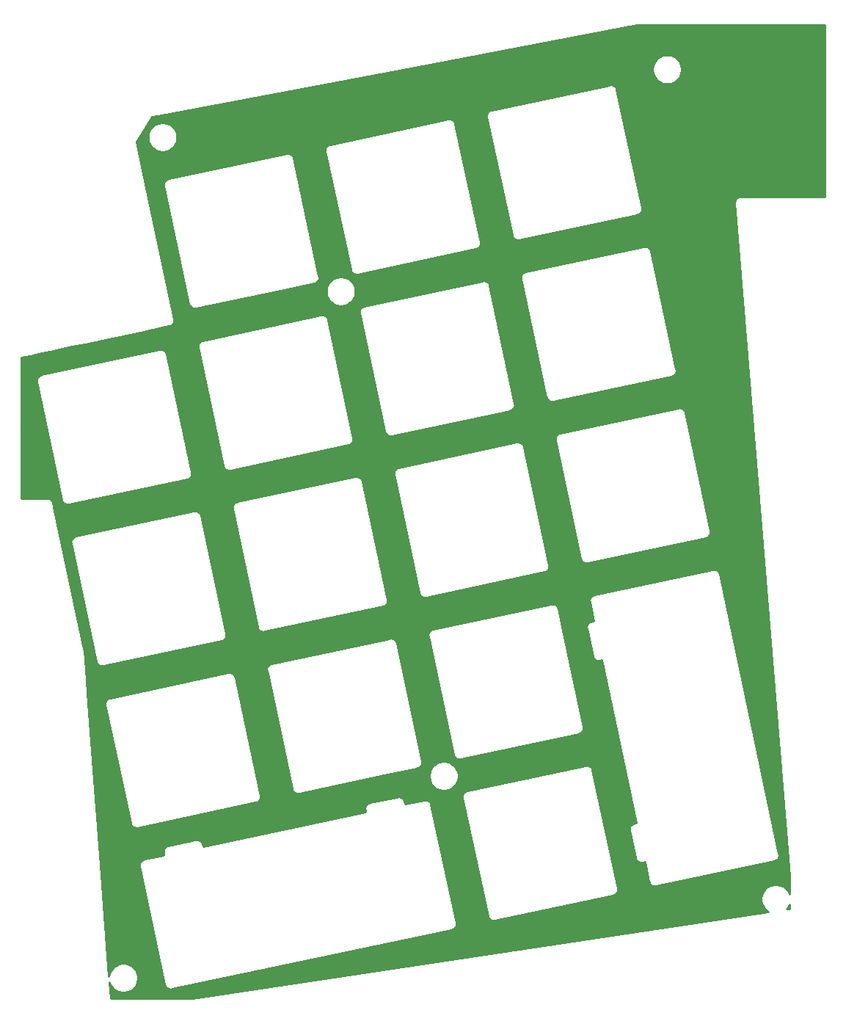
<source format=gbl>
G04 #@! TF.GenerationSoftware,KiCad,Pcbnew,(5.1.5-0-10_14)*
G04 #@! TF.CreationDate,2020-05-14T05:38:48+09:00*
G04 #@! TF.ProjectId,N-key-v02,4e2d6b65-792d-4763-9032-2e6b69636164,rev?*
G04 #@! TF.SameCoordinates,Original*
G04 #@! TF.FileFunction,Copper,L2,Bot*
G04 #@! TF.FilePolarity,Positive*
%FSLAX46Y46*%
G04 Gerber Fmt 4.6, Leading zero omitted, Abs format (unit mm)*
G04 Created by KiCad (PCBNEW (5.1.5-0-10_14)) date 2020-05-14 05:38:48*
%MOMM*%
%LPD*%
G04 APERTURE LIST*
%ADD10C,0.254000*%
G04 APERTURE END LIST*
D10*
G36*
X174438407Y-66024440D02*
G01*
X164692471Y-66024440D01*
X164633100Y-66023437D01*
X164505178Y-66046643D01*
X164384244Y-66094360D01*
X164274941Y-66164752D01*
X164181472Y-66255117D01*
X164107427Y-66361980D01*
X164055654Y-66481234D01*
X164028140Y-66608298D01*
X164026494Y-66705716D01*
X170359823Y-144449708D01*
X170345374Y-146484315D01*
X170253228Y-146261853D01*
X170068825Y-145985875D01*
X169834125Y-145751175D01*
X169558147Y-145566772D01*
X169251496Y-145439754D01*
X168925958Y-145375000D01*
X168594042Y-145375000D01*
X168268504Y-145439754D01*
X167961853Y-145566772D01*
X167685875Y-145751175D01*
X167451175Y-145985875D01*
X167266772Y-146261853D01*
X167139754Y-146568504D01*
X167075000Y-146894042D01*
X167075000Y-147225958D01*
X167139754Y-147551496D01*
X167266772Y-147858147D01*
X167451175Y-148134125D01*
X167685875Y-148368825D01*
X167903803Y-148514440D01*
X101446287Y-158527684D01*
X92010333Y-158527684D01*
X91866704Y-156636164D01*
X91869754Y-156651496D01*
X91996772Y-156958147D01*
X92181175Y-157234125D01*
X92415875Y-157468825D01*
X92691853Y-157653228D01*
X92998504Y-157780246D01*
X93324042Y-157845000D01*
X93655958Y-157845000D01*
X93981496Y-157780246D01*
X94288147Y-157653228D01*
X94564125Y-157468825D01*
X94798825Y-157234125D01*
X94983228Y-156958147D01*
X95110246Y-156651496D01*
X95175000Y-156325958D01*
X95175000Y-155994042D01*
X95110246Y-155668504D01*
X94983228Y-155361853D01*
X94798825Y-155085875D01*
X94564125Y-154851175D01*
X94288147Y-154666772D01*
X93981496Y-154539754D01*
X93655958Y-154475000D01*
X93324042Y-154475000D01*
X92998504Y-154539754D01*
X92691853Y-154666772D01*
X92415875Y-154851175D01*
X92181175Y-155085875D01*
X91996772Y-155361853D01*
X91869754Y-155668504D01*
X91814369Y-155946939D01*
X90840044Y-143115556D01*
X95339247Y-143115556D01*
X95339251Y-143115589D01*
X95339248Y-143115620D01*
X95346671Y-143182060D01*
X95353670Y-143244762D01*
X95363538Y-143275835D01*
X98260864Y-156907094D01*
X98264436Y-156939249D01*
X98274339Y-156970487D01*
X98274385Y-156970706D01*
X98284834Y-157003597D01*
X98303722Y-157063180D01*
X98303820Y-157063358D01*
X98303886Y-157063566D01*
X98335898Y-157121616D01*
X98366430Y-157177065D01*
X98366564Y-157177224D01*
X98366667Y-157177411D01*
X98408896Y-157227516D01*
X98450151Y-157276528D01*
X98450314Y-157276658D01*
X98450451Y-157276821D01*
X98501803Y-157317852D01*
X98551669Y-157357747D01*
X98551853Y-157357842D01*
X98552020Y-157357976D01*
X98609883Y-157387937D01*
X98667080Y-157417601D01*
X98667284Y-157417660D01*
X98667469Y-157417756D01*
X98729304Y-157435633D01*
X98791951Y-157453788D01*
X98792162Y-157453806D01*
X98792362Y-157453864D01*
X98856805Y-157459361D01*
X98921480Y-157464919D01*
X98921688Y-157464896D01*
X98921900Y-157464914D01*
X98987061Y-157457634D01*
X99018318Y-157454162D01*
X99018517Y-157454120D01*
X99051105Y-157450479D01*
X99081957Y-157440677D01*
X131356545Y-150602043D01*
X131389123Y-150598403D01*
X131449245Y-150579302D01*
X131512636Y-150559207D01*
X131512830Y-150559100D01*
X131513029Y-150559037D01*
X131568035Y-150528703D01*
X131626521Y-150496499D01*
X131626691Y-150496356D01*
X131626874Y-150496255D01*
X131675129Y-150455584D01*
X131725984Y-150412778D01*
X131726122Y-150412606D01*
X131726283Y-150412470D01*
X131765943Y-150362832D01*
X131807203Y-150311260D01*
X131807304Y-150311065D01*
X131807436Y-150310900D01*
X131836500Y-150254769D01*
X131867057Y-150195849D01*
X131867119Y-150195636D01*
X131867215Y-150195450D01*
X131884868Y-150134388D01*
X131903244Y-150070978D01*
X131903263Y-150070761D01*
X131903322Y-150070556D01*
X131908837Y-150005887D01*
X131914375Y-149941447D01*
X131914351Y-149941235D01*
X131914370Y-149941018D01*
X131907181Y-149876678D01*
X131900022Y-149812233D01*
X131890113Y-149780972D01*
X128993229Y-136152640D01*
X128990115Y-136122726D01*
X128979750Y-136089227D01*
X128979230Y-136086782D01*
X128970152Y-136058207D01*
X128951685Y-135998526D01*
X128950489Y-135996318D01*
X128949728Y-135993923D01*
X128919528Y-135939160D01*
X128889763Y-135884212D01*
X128888159Y-135882280D01*
X128886945Y-135880078D01*
X128846643Y-135832261D01*
X128806730Y-135784173D01*
X128804779Y-135782590D01*
X128803160Y-135780669D01*
X128754362Y-135741680D01*
X128705776Y-135702256D01*
X128703550Y-135701082D01*
X128701590Y-135699516D01*
X128646144Y-135670807D01*
X128590780Y-135641608D01*
X128588369Y-135640891D01*
X128586140Y-135639737D01*
X128526050Y-135622365D01*
X128466162Y-135604561D01*
X128463665Y-135604329D01*
X128461247Y-135603630D01*
X128398854Y-135598309D01*
X128336711Y-135592536D01*
X128334216Y-135592796D01*
X128331710Y-135592582D01*
X128269596Y-135599522D01*
X128239801Y-135602624D01*
X128237352Y-135603125D01*
X128202505Y-135607019D01*
X128173842Y-135616125D01*
X125962846Y-136068698D01*
X125905785Y-135799836D01*
X125902164Y-135767391D01*
X125881479Y-135702256D01*
X125862864Y-135643597D01*
X125862834Y-135643542D01*
X125862814Y-135643480D01*
X125830438Y-135584755D01*
X125800118Y-135529733D01*
X125800079Y-135529686D01*
X125800046Y-135529627D01*
X125756595Y-135478061D01*
X125716365Y-135430297D01*
X125716316Y-135430258D01*
X125716274Y-135430208D01*
X125665965Y-135390001D01*
X125614821Y-135349111D01*
X125614762Y-135349081D01*
X125614714Y-135349042D01*
X125559268Y-135320324D01*
X125499390Y-135289295D01*
X125499326Y-135289276D01*
X125499271Y-135289248D01*
X125439017Y-135271821D01*
X125374508Y-135253149D01*
X125374442Y-135253143D01*
X125374382Y-135253126D01*
X125311534Y-135247757D01*
X125244974Y-135242059D01*
X125244908Y-135242066D01*
X125244846Y-135242061D01*
X125180067Y-135249291D01*
X125115765Y-135256455D01*
X125084659Y-135266327D01*
X121919520Y-135938701D01*
X121886985Y-135942348D01*
X121824771Y-135962138D01*
X121763389Y-135981631D01*
X121763248Y-135981709D01*
X121763093Y-135981758D01*
X121705958Y-136013293D01*
X121649536Y-136044399D01*
X121649413Y-136044503D01*
X121649271Y-136044581D01*
X121599237Y-136086782D01*
X121550117Y-136128172D01*
X121550018Y-136128295D01*
X121549892Y-136128402D01*
X121509136Y-136179449D01*
X121468951Y-136229731D01*
X121468876Y-136229876D01*
X121468776Y-136230001D01*
X121439208Y-136287156D01*
X121409157Y-136345174D01*
X121409112Y-136345330D01*
X121409038Y-136345473D01*
X121390973Y-136408043D01*
X121373035Y-136470063D01*
X121373021Y-136470222D01*
X121372976Y-136470379D01*
X121367432Y-136535661D01*
X121361970Y-136599598D01*
X121361988Y-136599758D01*
X121361974Y-136599920D01*
X121369236Y-136664703D01*
X121376390Y-136728805D01*
X121386298Y-136760005D01*
X121442729Y-137025015D01*
X102691672Y-141010153D01*
X102635471Y-140745903D01*
X102631865Y-140713599D01*
X102621984Y-140682486D01*
X102621969Y-140682417D01*
X102612341Y-140652123D01*
X102592512Y-140589690D01*
X102592477Y-140589626D01*
X102592456Y-140589561D01*
X102561986Y-140534324D01*
X102529741Y-140475839D01*
X102529695Y-140475784D01*
X102529661Y-140475723D01*
X102488539Y-140426944D01*
X102445966Y-140376422D01*
X102445910Y-140376377D01*
X102445865Y-140376324D01*
X102396525Y-140336911D01*
X102344404Y-140295258D01*
X102344339Y-140295224D01*
X102344286Y-140295182D01*
X102288366Y-140266234D01*
X102228960Y-140235467D01*
X102228891Y-140235447D01*
X102228829Y-140235415D01*
X102168094Y-140217864D01*
X102104070Y-140199348D01*
X102103997Y-140199342D01*
X102103932Y-140199323D01*
X102040724Y-140193939D01*
X101974533Y-140188287D01*
X101974463Y-140188295D01*
X101974394Y-140188289D01*
X101909943Y-140195498D01*
X101877701Y-140199097D01*
X101877634Y-140199111D01*
X101845190Y-140202740D01*
X101814212Y-140212586D01*
X98649780Y-140884899D01*
X98617393Y-140888515D01*
X98541691Y-140912560D01*
X98493502Y-140927864D01*
X98493495Y-140927868D01*
X98493485Y-140927871D01*
X98440635Y-140957012D01*
X98379651Y-140990635D01*
X98379642Y-140990643D01*
X98379636Y-140990646D01*
X98343633Y-141020986D01*
X98280233Y-141074410D01*
X98280226Y-141074419D01*
X98280221Y-141074423D01*
X98243882Y-141119897D01*
X98199070Y-141175972D01*
X98199066Y-141175979D01*
X98199060Y-141175987D01*
X98172571Y-141227136D01*
X98139279Y-141291416D01*
X98139275Y-141291428D01*
X98139273Y-141291433D01*
X98129221Y-141326194D01*
X98103160Y-141416306D01*
X98103159Y-141416317D01*
X98103157Y-141416324D01*
X98099362Y-141460785D01*
X98092099Y-141545842D01*
X98092100Y-141545855D01*
X98092100Y-141545861D01*
X98094585Y-141568112D01*
X98106523Y-141675049D01*
X98116387Y-141706107D01*
X98172702Y-141971133D01*
X95896910Y-142454622D01*
X95864503Y-142458243D01*
X95800952Y-142478433D01*
X95740655Y-142497582D01*
X95740628Y-142497597D01*
X95740596Y-142497607D01*
X95685357Y-142528069D01*
X95626804Y-142560351D01*
X95626777Y-142560373D01*
X95626751Y-142560388D01*
X95579201Y-142600464D01*
X95527386Y-142644126D01*
X95527366Y-142644151D01*
X95527341Y-142644172D01*
X95486557Y-142695215D01*
X95446222Y-142745687D01*
X95446207Y-142745716D01*
X95446187Y-142745741D01*
X95416391Y-142803283D01*
X95386430Y-142861130D01*
X95386421Y-142861161D01*
X95386406Y-142861190D01*
X95367753Y-142925707D01*
X95350310Y-142986020D01*
X95350307Y-142986051D01*
X95350298Y-142986083D01*
X95344708Y-143051612D01*
X95339247Y-143115556D01*
X90840044Y-143115556D01*
X89426184Y-124495731D01*
X91380234Y-124495731D01*
X91394670Y-124624936D01*
X91404532Y-124655978D01*
X94301895Y-138286566D01*
X94305510Y-138318923D01*
X94315369Y-138349956D01*
X94315373Y-138349974D01*
X94344875Y-138442833D01*
X94407658Y-138556677D01*
X94491443Y-138656087D01*
X94593012Y-138737240D01*
X94666369Y-138775223D01*
X94708460Y-138797018D01*
X94833353Y-138833125D01*
X94962890Y-138844174D01*
X94962894Y-138844174D01*
X95032568Y-138836389D01*
X95059721Y-138833355D01*
X95059723Y-138833355D01*
X95092099Y-138829737D01*
X95123141Y-138819875D01*
X108754148Y-135922513D01*
X108786509Y-135918897D01*
X108817537Y-135909039D01*
X108817552Y-135909036D01*
X108910412Y-135879534D01*
X109024256Y-135816753D01*
X109123666Y-135732968D01*
X109204820Y-135631399D01*
X109264600Y-135515949D01*
X109300707Y-135391056D01*
X109300707Y-135391054D01*
X109300708Y-135391051D01*
X109307044Y-135316758D01*
X109311756Y-135261518D01*
X109311756Y-135261513D01*
X109304235Y-135194207D01*
X132605704Y-135194207D01*
X132605704Y-135194215D01*
X132611050Y-135242059D01*
X132616522Y-135291038D01*
X132616524Y-135291045D01*
X132620141Y-135323420D01*
X132630002Y-135354459D01*
X135527369Y-148985908D01*
X135530989Y-149018292D01*
X135545014Y-149062429D01*
X135570342Y-149142152D01*
X135570357Y-149142179D01*
X135570362Y-149142195D01*
X135592627Y-149182563D01*
X135633123Y-149255997D01*
X135633142Y-149256019D01*
X135633151Y-149256036D01*
X135666994Y-149296185D01*
X135716907Y-149355407D01*
X135716929Y-149355425D01*
X135716942Y-149355440D01*
X135759574Y-149389499D01*
X135818476Y-149436562D01*
X135818501Y-149436575D01*
X135818516Y-149436587D01*
X135870142Y-149463315D01*
X135933925Y-149496342D01*
X135933948Y-149496349D01*
X135933970Y-149496360D01*
X135997131Y-149514616D01*
X136058818Y-149532450D01*
X136058842Y-149532452D01*
X136058866Y-149532459D01*
X136122410Y-149537875D01*
X136188356Y-149543500D01*
X136188382Y-149543497D01*
X136188404Y-149543499D01*
X136247891Y-149536849D01*
X136317561Y-149529065D01*
X136348635Y-149519193D01*
X149979217Y-146620990D01*
X150011555Y-146617377D01*
X150042605Y-146607513D01*
X150042640Y-146607505D01*
X150092005Y-146591818D01*
X150135461Y-146578012D01*
X150135476Y-146578004D01*
X150135497Y-146577997D01*
X150204840Y-146539751D01*
X150249306Y-146515229D01*
X150249318Y-146515219D01*
X150249338Y-146515208D01*
X150307444Y-146466229D01*
X150348715Y-146431444D01*
X150348725Y-146431431D01*
X150348742Y-146431417D01*
X150395122Y-146373362D01*
X150429868Y-146329875D01*
X150429876Y-146329859D01*
X150429889Y-146329843D01*
X150467926Y-146256373D01*
X150489647Y-146214424D01*
X150489651Y-146214410D01*
X150489662Y-146214389D01*
X150510939Y-146140774D01*
X150525754Y-146089531D01*
X150525756Y-146089511D01*
X150525761Y-146089493D01*
X150531231Y-146025314D01*
X150536802Y-145959993D01*
X150536800Y-145959971D01*
X150536801Y-145959955D01*
X150530138Y-145900351D01*
X150525983Y-145863162D01*
X150525977Y-145863136D01*
X150522357Y-145830750D01*
X150512500Y-145799730D01*
X147616045Y-132173417D01*
X147613277Y-132145308D01*
X147612010Y-132141130D01*
X147611526Y-132136802D01*
X147601665Y-132105764D01*
X147601663Y-132105755D01*
X147593154Y-132078973D01*
X147575537Y-132020898D01*
X147573482Y-132017052D01*
X147572161Y-132012896D01*
X147542878Y-131959797D01*
X147514252Y-131906241D01*
X147511481Y-131902865D01*
X147509378Y-131899051D01*
X147470307Y-131852694D01*
X147431775Y-131805743D01*
X147428402Y-131802975D01*
X147425593Y-131799642D01*
X147378217Y-131761789D01*
X147331277Y-131723266D01*
X147327428Y-131721208D01*
X147324024Y-131718489D01*
X147270185Y-131690612D01*
X147216620Y-131661981D01*
X147212443Y-131660714D01*
X147208573Y-131658710D01*
X147150326Y-131641871D01*
X147092210Y-131624241D01*
X147087866Y-131623813D01*
X147083680Y-131622603D01*
X147023243Y-131617448D01*
X146995246Y-131614691D01*
X146990912Y-131614691D01*
X146954143Y-131611555D01*
X146954142Y-131611555D01*
X146928538Y-131614416D01*
X146893878Y-131618289D01*
X146833444Y-131624241D01*
X146829266Y-131625508D01*
X146824938Y-131625992D01*
X146793890Y-131635856D01*
X133163325Y-134533214D01*
X133130959Y-134536830D01*
X133099912Y-134546693D01*
X133099904Y-134546695D01*
X133051116Y-134562195D01*
X133007052Y-134576194D01*
X133007049Y-134576196D01*
X133007045Y-134576197D01*
X132971189Y-134595971D01*
X132893207Y-134638975D01*
X132893203Y-134638978D01*
X132893200Y-134638980D01*
X132844667Y-134679885D01*
X132793797Y-134722759D01*
X132793795Y-134722762D01*
X132793791Y-134722765D01*
X132750831Y-134776533D01*
X132712643Y-134824328D01*
X132712642Y-134824330D01*
X132712638Y-134824335D01*
X132687741Y-134872418D01*
X132652862Y-134939777D01*
X132652861Y-134939782D01*
X132652859Y-134939785D01*
X132616752Y-135064678D01*
X132610984Y-135132313D01*
X132605704Y-135194207D01*
X109304235Y-135194207D01*
X109297320Y-135132313D01*
X109287456Y-135101263D01*
X106390998Y-121474937D01*
X106388230Y-121446828D01*
X106386963Y-121442653D01*
X106386480Y-121438326D01*
X106376618Y-121407284D01*
X106376616Y-121407275D01*
X106368107Y-121380493D01*
X106350490Y-121322418D01*
X106348435Y-121318572D01*
X106347114Y-121314416D01*
X106317831Y-121261317D01*
X106289205Y-121207761D01*
X106286436Y-121204388D01*
X106284334Y-121200575D01*
X106265865Y-121178661D01*
X106247421Y-121156778D01*
X106245259Y-121154213D01*
X106206728Y-121107263D01*
X106203356Y-121104496D01*
X106200549Y-121101165D01*
X106200546Y-121101162D01*
X106166502Y-121073961D01*
X106153177Y-121063314D01*
X106106230Y-121024786D01*
X106102382Y-121022729D01*
X106098980Y-121020011D01*
X106045122Y-120992123D01*
X105991573Y-120963501D01*
X105987401Y-120962235D01*
X105983530Y-120960231D01*
X105925268Y-120943387D01*
X105867163Y-120925761D01*
X105862820Y-120925333D01*
X105858637Y-120924124D01*
X105858636Y-120924124D01*
X105858633Y-120924123D01*
X105798196Y-120918968D01*
X105770199Y-120916211D01*
X105765865Y-120916211D01*
X105765334Y-120916166D01*
X105729099Y-120913075D01*
X105729096Y-120913075D01*
X105676841Y-120918914D01*
X105668827Y-120919809D01*
X105608397Y-120925761D01*
X105604219Y-120927028D01*
X105599891Y-120927512D01*
X105568848Y-120937374D01*
X91937852Y-123834735D01*
X91905481Y-123838352D01*
X91874442Y-123848213D01*
X91874438Y-123848214D01*
X91820392Y-123865385D01*
X91781575Y-123877717D01*
X91712935Y-123915570D01*
X91667734Y-123940497D01*
X91568324Y-124024282D01*
X91568321Y-124024285D01*
X91541120Y-124058329D01*
X91487170Y-124125851D01*
X91427390Y-124241301D01*
X91427389Y-124241305D01*
X91391282Y-124366198D01*
X91384003Y-124451539D01*
X91380234Y-124495731D01*
X89426184Y-124495731D01*
X89125436Y-120535028D01*
X110014098Y-120535028D01*
X110024917Y-120631859D01*
X110024918Y-120631865D01*
X110028535Y-120664233D01*
X110038397Y-120695274D01*
X112935759Y-134325862D01*
X112939375Y-134358220D01*
X112949234Y-134389251D01*
X112949237Y-134389267D01*
X112978739Y-134482126D01*
X113041522Y-134595970D01*
X113125307Y-134695380D01*
X113226876Y-134776533D01*
X113342327Y-134836312D01*
X113378434Y-134846750D01*
X113467221Y-134872419D01*
X113596758Y-134883467D01*
X113693589Y-134872648D01*
X113693595Y-134872647D01*
X113725963Y-134869030D01*
X113757001Y-134859169D01*
X123942800Y-132694042D01*
X128775000Y-132694042D01*
X128775000Y-133025958D01*
X128839754Y-133351496D01*
X128966772Y-133658147D01*
X129151175Y-133934125D01*
X129385875Y-134168825D01*
X129661853Y-134353228D01*
X129968504Y-134480246D01*
X130294042Y-134545000D01*
X130625958Y-134545000D01*
X130951496Y-134480246D01*
X131258147Y-134353228D01*
X131534125Y-134168825D01*
X131768825Y-133934125D01*
X131953228Y-133658147D01*
X132080246Y-133351496D01*
X132145000Y-133025958D01*
X132145000Y-132694042D01*
X132080246Y-132368504D01*
X131953228Y-132061853D01*
X131768825Y-131785875D01*
X131534125Y-131551175D01*
X131258147Y-131366772D01*
X130951496Y-131239754D01*
X130625958Y-131175000D01*
X130294042Y-131175000D01*
X129968504Y-131239754D01*
X129661853Y-131366772D01*
X129385875Y-131551175D01*
X129151175Y-131785875D01*
X128966772Y-132061853D01*
X128839754Y-132368504D01*
X128775000Y-132694042D01*
X123942800Y-132694042D01*
X127387591Y-131961806D01*
X127419949Y-131958190D01*
X127450978Y-131948332D01*
X127450996Y-131948328D01*
X127543855Y-131918826D01*
X127657699Y-131856043D01*
X127757108Y-131772258D01*
X127757695Y-131771524D01*
X127772563Y-131752915D01*
X127838262Y-131670689D01*
X127898041Y-131555238D01*
X127911243Y-131509570D01*
X127934148Y-131430344D01*
X127945196Y-131300806D01*
X127940146Y-131255609D01*
X127930759Y-131171602D01*
X127920896Y-131140556D01*
X125024438Y-117514230D01*
X125021670Y-117486121D01*
X125020403Y-117481943D01*
X125019919Y-117477615D01*
X125010058Y-117446577D01*
X125010056Y-117446568D01*
X125001547Y-117419786D01*
X124983930Y-117361711D01*
X124981875Y-117357865D01*
X124980554Y-117353709D01*
X124951271Y-117300610D01*
X124922645Y-117247054D01*
X124919874Y-117243678D01*
X124917771Y-117239864D01*
X124878700Y-117193507D01*
X124840168Y-117146556D01*
X124836795Y-117143788D01*
X124833986Y-117140455D01*
X124786628Y-117102616D01*
X124739670Y-117064079D01*
X124735818Y-117062020D01*
X124732416Y-117059302D01*
X124678594Y-117031434D01*
X124625013Y-117002794D01*
X124620836Y-117001527D01*
X124616966Y-116999523D01*
X124558719Y-116982684D01*
X124500603Y-116965054D01*
X124496259Y-116964626D01*
X124492073Y-116963416D01*
X124431636Y-116958261D01*
X124403639Y-116955504D01*
X124399305Y-116955504D01*
X124362536Y-116952368D01*
X124362534Y-116952368D01*
X124318428Y-116957296D01*
X124302271Y-116959102D01*
X124241837Y-116965054D01*
X124237659Y-116966321D01*
X124233331Y-116966805D01*
X124202283Y-116976669D01*
X110571713Y-119874028D01*
X110539345Y-119877645D01*
X110508304Y-119887507D01*
X110508298Y-119887508D01*
X110438498Y-119909684D01*
X110415439Y-119917010D01*
X110301594Y-119979793D01*
X110202185Y-120063578D01*
X110121032Y-120165148D01*
X110061253Y-120280598D01*
X110025146Y-120405491D01*
X110014098Y-120535028D01*
X89125436Y-120535028D01*
X88963321Y-118400056D01*
X88964324Y-118388293D01*
X88958405Y-118335317D01*
X88956838Y-118314681D01*
X88954810Y-118303139D01*
X88953505Y-118291462D01*
X88949191Y-118271169D01*
X88939974Y-118218718D01*
X88935705Y-118207721D01*
X86308522Y-105848235D01*
X87416649Y-105848235D01*
X87431085Y-105977440D01*
X87440949Y-106008488D01*
X90338308Y-119639569D01*
X90341924Y-119671933D01*
X90351785Y-119702972D01*
X90351787Y-119702982D01*
X90381288Y-119795842D01*
X90444070Y-119909686D01*
X90527854Y-120009096D01*
X90629423Y-120090250D01*
X90744873Y-120150030D01*
X90869766Y-120186138D01*
X90978941Y-120195450D01*
X90999302Y-120197187D01*
X90999304Y-120197187D01*
X91024125Y-120194414D01*
X91096133Y-120186369D01*
X91096139Y-120186368D01*
X91128509Y-120182751D01*
X91159550Y-120172890D01*
X104790892Y-117275527D01*
X104823270Y-117271909D01*
X104863066Y-117259265D01*
X104947163Y-117232549D01*
X105061008Y-117169767D01*
X105061015Y-117169761D01*
X105061019Y-117169759D01*
X105095787Y-117140455D01*
X105160418Y-117085984D01*
X105241572Y-116984415D01*
X105241576Y-116984407D01*
X105241580Y-116984402D01*
X105263904Y-116941287D01*
X105301353Y-116868965D01*
X105301356Y-116868955D01*
X105301358Y-116868951D01*
X105313357Y-116827444D01*
X105337461Y-116744072D01*
X105337462Y-116744061D01*
X105337463Y-116744057D01*
X105341443Y-116697387D01*
X105348510Y-116614534D01*
X105348509Y-116614528D01*
X105348510Y-116614519D01*
X105344018Y-116574322D01*
X128647538Y-116574322D01*
X128647539Y-116574327D01*
X128647538Y-116574334D01*
X128654122Y-116633246D01*
X128658357Y-116671153D01*
X128658359Y-116671162D01*
X128661977Y-116703538D01*
X128671838Y-116734575D01*
X131569198Y-130365149D01*
X131572813Y-130397505D01*
X131582673Y-130428542D01*
X131582677Y-130428560D01*
X131612179Y-130521419D01*
X131657953Y-130604421D01*
X131674958Y-130635257D01*
X131674960Y-130635259D01*
X131674962Y-130635263D01*
X131723014Y-130692275D01*
X131758742Y-130734667D01*
X131758747Y-130734672D01*
X131860316Y-130815826D01*
X131952009Y-130863303D01*
X131975760Y-130875602D01*
X131975763Y-130875603D01*
X131975767Y-130875605D01*
X132036728Y-130893229D01*
X132100653Y-130911710D01*
X132100658Y-130911710D01*
X132100660Y-130911711D01*
X132148746Y-130915812D01*
X132230190Y-130922760D01*
X132230198Y-130922760D01*
X132283583Y-130916795D01*
X132327021Y-130911942D01*
X132327028Y-130911940D01*
X132359403Y-130908323D01*
X132390440Y-130898462D01*
X146021870Y-128001100D01*
X146054232Y-127997484D01*
X146085262Y-127987626D01*
X146085275Y-127987623D01*
X146178135Y-127958122D01*
X146291980Y-127895341D01*
X146391390Y-127811557D01*
X146472545Y-127709988D01*
X146532325Y-127594539D01*
X146532326Y-127594536D01*
X146532327Y-127594534D01*
X146568434Y-127469641D01*
X146579483Y-127340103D01*
X146568664Y-127243272D01*
X146565048Y-127210903D01*
X146555184Y-127179854D01*
X144112509Y-115687980D01*
X146927920Y-115687980D01*
X146927926Y-115688037D01*
X146927921Y-115688100D01*
X146935297Y-115753897D01*
X146938756Y-115784809D01*
X146938768Y-115784867D01*
X146942404Y-115817300D01*
X146952261Y-115848286D01*
X147625369Y-119012155D01*
X147628956Y-119044353D01*
X147638855Y-119075544D01*
X147638892Y-119075720D01*
X147649424Y-119108851D01*
X147668282Y-119168272D01*
X147668360Y-119168414D01*
X147668411Y-119168574D01*
X147700567Y-119226860D01*
X147731028Y-119282136D01*
X147731131Y-119282258D01*
X147731213Y-119282407D01*
X147774097Y-119333270D01*
X147814781Y-119381572D01*
X147814907Y-119381673D01*
X147815016Y-119381802D01*
X147866571Y-119422979D01*
X147916325Y-119462758D01*
X147916470Y-119462833D01*
X147916600Y-119462937D01*
X147974685Y-119493000D01*
X148031756Y-119522574D01*
X148031913Y-119522619D01*
X148032061Y-119522696D01*
X148094726Y-119540800D01*
X148156638Y-119558720D01*
X148156802Y-119558734D01*
X148156961Y-119558780D01*
X148220836Y-119564216D01*
X148286171Y-119569810D01*
X148286339Y-119569791D01*
X148286501Y-119569805D01*
X148350997Y-119562587D01*
X148383005Y-119559021D01*
X148383162Y-119558988D01*
X148415703Y-119555346D01*
X148446595Y-119545525D01*
X148710805Y-119489452D01*
X152696743Y-138240478D01*
X152431892Y-138296637D01*
X152399309Y-138300282D01*
X152337450Y-138319943D01*
X152275789Y-138339499D01*
X152275605Y-138339600D01*
X152275408Y-138339663D01*
X152219227Y-138370655D01*
X152161914Y-138402224D01*
X152161753Y-138402360D01*
X152161571Y-138402460D01*
X152112741Y-138443626D01*
X152062462Y-138485959D01*
X152062329Y-138486126D01*
X152062173Y-138486257D01*
X152022261Y-138536222D01*
X151981258Y-138587489D01*
X151981162Y-138587674D01*
X151981032Y-138587837D01*
X151951321Y-138645235D01*
X151921421Y-138702909D01*
X151921363Y-138703110D01*
X151921267Y-138703295D01*
X151903278Y-138765548D01*
X151885252Y-138827784D01*
X151885234Y-138827992D01*
X151885176Y-138828193D01*
X151879639Y-138893205D01*
X151874139Y-138957316D01*
X151874162Y-138957521D01*
X151874144Y-138957731D01*
X151881347Y-139022118D01*
X151888511Y-139086528D01*
X151898422Y-139117780D01*
X152571653Y-142283042D01*
X152575303Y-142315545D01*
X152594550Y-142376012D01*
X152614625Y-142439175D01*
X152614694Y-142439300D01*
X152614735Y-142439429D01*
X152645589Y-142495305D01*
X152677422Y-142553012D01*
X152677512Y-142553119D01*
X152677579Y-142553240D01*
X152718867Y-142602173D01*
X152761219Y-142652410D01*
X152761330Y-142652499D01*
X152761418Y-142652603D01*
X152811434Y-142692521D01*
X152862799Y-142733551D01*
X152862924Y-142733616D01*
X152863032Y-142733702D01*
X152920171Y-142763249D01*
X152978257Y-142793316D01*
X152978392Y-142793355D01*
X152978514Y-142793418D01*
X153039702Y-142811071D01*
X153103155Y-142829407D01*
X153103296Y-142829419D01*
X153103428Y-142829457D01*
X153167198Y-142834861D01*
X153232694Y-142840439D01*
X153232834Y-142840423D01*
X153232971Y-142840435D01*
X153296695Y-142833280D01*
X153361897Y-142825986D01*
X153393076Y-142816076D01*
X153657069Y-142759811D01*
X154140478Y-145035290D01*
X154144099Y-145067699D01*
X154163196Y-145127810D01*
X154183435Y-145191543D01*
X154183454Y-145191577D01*
X154183463Y-145191606D01*
X154210117Y-145239940D01*
X154246204Y-145305395D01*
X154246230Y-145305426D01*
X154246244Y-145305451D01*
X154280492Y-145346086D01*
X154329978Y-145404814D01*
X154330010Y-145404839D01*
X154330028Y-145404861D01*
X154369337Y-145436269D01*
X154431538Y-145485979D01*
X154431578Y-145486000D01*
X154431597Y-145486015D01*
X154476094Y-145509056D01*
X154546982Y-145545771D01*
X154547018Y-145545781D01*
X154547046Y-145545796D01*
X154604298Y-145562348D01*
X154671871Y-145581892D01*
X154671909Y-145581895D01*
X154671939Y-145581904D01*
X154733644Y-145587168D01*
X154801408Y-145592955D01*
X154801443Y-145592951D01*
X154801476Y-145592954D01*
X154867235Y-145585607D01*
X154930614Y-145578533D01*
X154961691Y-145568664D01*
X168592936Y-142671341D01*
X168625088Y-142667770D01*
X168656341Y-142657864D01*
X168656562Y-142657817D01*
X168688062Y-142647810D01*
X168749021Y-142628488D01*
X168749213Y-142628383D01*
X168749422Y-142628316D01*
X168806350Y-142596923D01*
X168862907Y-142565782D01*
X168863074Y-142565641D01*
X168863267Y-142565535D01*
X168913296Y-142523370D01*
X168962372Y-142482063D01*
X168962507Y-142481894D01*
X168962677Y-142481751D01*
X169003451Y-142430721D01*
X169043594Y-142380548D01*
X169043695Y-142380354D01*
X169043832Y-142380182D01*
X169073762Y-142322379D01*
X169103450Y-142265138D01*
X169103511Y-142264929D01*
X169103612Y-142264733D01*
X169121522Y-142202786D01*
X169139641Y-142140269D01*
X169139660Y-142140047D01*
X169139720Y-142139840D01*
X169145157Y-142076099D01*
X169150776Y-142010738D01*
X169150752Y-142010518D01*
X169150770Y-142010302D01*
X169143588Y-141946016D01*
X169140021Y-141913900D01*
X169139976Y-141913688D01*
X169136335Y-141881097D01*
X169126537Y-141850257D01*
X162288749Y-109575591D01*
X162285108Y-109543002D01*
X162265506Y-109481299D01*
X162245916Y-109419496D01*
X162245811Y-109419304D01*
X162245744Y-109419095D01*
X162214351Y-109362167D01*
X162183210Y-109305610D01*
X162183069Y-109305443D01*
X162182963Y-109305250D01*
X162140801Y-109255224D01*
X162099492Y-109206145D01*
X162099323Y-109206010D01*
X162099180Y-109205840D01*
X162047774Y-109164766D01*
X161997976Y-109124923D01*
X161997785Y-109124824D01*
X161997611Y-109124685D01*
X161939499Y-109094595D01*
X161882566Y-109065067D01*
X161882357Y-109065006D01*
X161882161Y-109064905D01*
X161819513Y-109046793D01*
X161757697Y-109028877D01*
X161757480Y-109028858D01*
X161757268Y-109028797D01*
X161692080Y-109023236D01*
X161628167Y-109017742D01*
X161627952Y-109017766D01*
X161627730Y-109017747D01*
X161563075Y-109024970D01*
X161498953Y-109032091D01*
X161467691Y-109042000D01*
X147838400Y-111938909D01*
X147808384Y-111942043D01*
X147774989Y-111952387D01*
X147772646Y-111952885D01*
X147743977Y-111961993D01*
X147684196Y-111980510D01*
X147682079Y-111981657D01*
X147679786Y-111982386D01*
X147624961Y-112012620D01*
X147569900Y-112042467D01*
X147568048Y-112044005D01*
X147565941Y-112045167D01*
X147518096Y-112085491D01*
X147469887Y-112125530D01*
X147468369Y-112127402D01*
X147466531Y-112128951D01*
X147427494Y-112177809D01*
X147388001Y-112226510D01*
X147386877Y-112228642D01*
X147385377Y-112230520D01*
X147356608Y-112286078D01*
X147327388Y-112341524D01*
X147326703Y-112343832D01*
X147325596Y-112345969D01*
X147308212Y-112406098D01*
X147290378Y-112466153D01*
X147290156Y-112468552D01*
X147289488Y-112470862D01*
X147284166Y-112533252D01*
X147278393Y-112595607D01*
X147278643Y-112597999D01*
X147278438Y-112600399D01*
X147285396Y-112662678D01*
X147288511Y-112692513D01*
X147288990Y-112694851D01*
X147292873Y-112729604D01*
X147302013Y-112758376D01*
X147755295Y-114969408D01*
X147485364Y-115026887D01*
X147453050Y-115030503D01*
X147421948Y-115040390D01*
X147421889Y-115040403D01*
X147389719Y-115050636D01*
X147329151Y-115069891D01*
X147329101Y-115069919D01*
X147329040Y-115069938D01*
X147270364Y-115102324D01*
X147215317Y-115132693D01*
X147215271Y-115132732D01*
X147215218Y-115132761D01*
X147165051Y-115175074D01*
X147115923Y-115216496D01*
X147115886Y-115216542D01*
X147115839Y-115216582D01*
X147075748Y-115266797D01*
X147034788Y-115318080D01*
X147034759Y-115318136D01*
X147034723Y-115318181D01*
X147006244Y-115373230D01*
X146975029Y-115433541D01*
X146975011Y-115433602D01*
X146974985Y-115433653D01*
X146957294Y-115494928D01*
X146938945Y-115558441D01*
X146938940Y-115558500D01*
X146938923Y-115558559D01*
X146933245Y-115625409D01*
X146927920Y-115687980D01*
X144112509Y-115687980D01*
X143658726Y-113553103D01*
X143655957Y-113524991D01*
X143654688Y-113520809D01*
X143654204Y-113516474D01*
X143637592Y-113464190D01*
X143635840Y-113458675D01*
X143618217Y-113400581D01*
X143616161Y-113396734D01*
X143614842Y-113392583D01*
X143614839Y-113392578D01*
X143614836Y-113392568D01*
X143585555Y-113339475D01*
X143556932Y-113285924D01*
X143554163Y-113282551D01*
X143552061Y-113278738D01*
X143552056Y-113278732D01*
X143552052Y-113278725D01*
X143512978Y-113232366D01*
X143474455Y-113185426D01*
X143471083Y-113182659D01*
X143468276Y-113179328D01*
X143468271Y-113179324D01*
X143468265Y-113179317D01*
X143420901Y-113141475D01*
X143373957Y-113102949D01*
X143370109Y-113100892D01*
X143366707Y-113098174D01*
X143366699Y-113098170D01*
X143366694Y-113098166D01*
X143325060Y-113076609D01*
X143312849Y-113070286D01*
X143259300Y-113041664D01*
X143255128Y-113040398D01*
X143251257Y-113038394D01*
X143251247Y-113038391D01*
X143251243Y-113038389D01*
X143199272Y-113023365D01*
X143192995Y-113021550D01*
X143134890Y-113003924D01*
X143130547Y-113003496D01*
X143126364Y-113002287D01*
X143126357Y-113002286D01*
X143126349Y-113002284D01*
X143065916Y-112997131D01*
X143037926Y-112994374D01*
X143033593Y-112994374D01*
X142996827Y-112991238D01*
X142996820Y-112991239D01*
X142996811Y-112991238D01*
X142936521Y-112997975D01*
X142876124Y-113003924D01*
X142871949Y-113005191D01*
X142867622Y-113005674D01*
X142836574Y-113015538D01*
X129205148Y-115913323D01*
X129172785Y-115916939D01*
X129141738Y-115926803D01*
X129141727Y-115926805D01*
X129101657Y-115939536D01*
X129048879Y-115956304D01*
X129048873Y-115956308D01*
X129048868Y-115956309D01*
X128991146Y-115988142D01*
X128935034Y-116019087D01*
X128935030Y-116019090D01*
X128935025Y-116019093D01*
X128892407Y-116055014D01*
X128835625Y-116102872D01*
X128835622Y-116102876D01*
X128835617Y-116102880D01*
X128799435Y-116148167D01*
X128754472Y-116204442D01*
X128754470Y-116204446D01*
X128754466Y-116204451D01*
X128732137Y-116247577D01*
X128694693Y-116319892D01*
X128694692Y-116319897D01*
X128694689Y-116319902D01*
X128682686Y-116361423D01*
X128658586Y-116444785D01*
X128658586Y-116444791D01*
X128658584Y-116444796D01*
X128655128Y-116485329D01*
X128647538Y-116574322D01*
X105344018Y-116574322D01*
X105342444Y-116560238D01*
X105334075Y-116485329D01*
X105324208Y-116454270D01*
X102427498Y-102827442D01*
X102424730Y-102799333D01*
X102423463Y-102795157D01*
X102422980Y-102790832D01*
X102413116Y-102759782D01*
X102413114Y-102759774D01*
X102404613Y-102733018D01*
X102386990Y-102674923D01*
X102384936Y-102671081D01*
X102383616Y-102666925D01*
X102383612Y-102666919D01*
X102383611Y-102666914D01*
X102354320Y-102613801D01*
X102325705Y-102560266D01*
X102322937Y-102556893D01*
X102320834Y-102553080D01*
X102320831Y-102553076D01*
X102320828Y-102553071D01*
X102281747Y-102506703D01*
X102243228Y-102459768D01*
X102239857Y-102457001D01*
X102237050Y-102453671D01*
X102237046Y-102453668D01*
X102237042Y-102453663D01*
X102189668Y-102415812D01*
X102142730Y-102377291D01*
X102138881Y-102375234D01*
X102135481Y-102372517D01*
X102135477Y-102372515D01*
X102135471Y-102372510D01*
X102081612Y-102344623D01*
X102028073Y-102316006D01*
X102023899Y-102314740D01*
X102020031Y-102312737D01*
X102020028Y-102312736D01*
X102020020Y-102312732D01*
X101961765Y-102295891D01*
X101903663Y-102278266D01*
X101899321Y-102277838D01*
X101895138Y-102276629D01*
X101895131Y-102276628D01*
X101895126Y-102276627D01*
X101834701Y-102271474D01*
X101806699Y-102268716D01*
X101802366Y-102268716D01*
X101765600Y-102265580D01*
X101765595Y-102265581D01*
X101765589Y-102265580D01*
X101705307Y-102272316D01*
X101644897Y-102278266D01*
X101640718Y-102279534D01*
X101636384Y-102280018D01*
X101605340Y-102289881D01*
X87974272Y-105187239D01*
X87941901Y-105190856D01*
X87910857Y-105200718D01*
X87910854Y-105200719D01*
X87817994Y-105230220D01*
X87704149Y-105293002D01*
X87604740Y-105376786D01*
X87523586Y-105478355D01*
X87463806Y-105593805D01*
X87427698Y-105718698D01*
X87416649Y-105848235D01*
X86308522Y-105848235D01*
X85466617Y-101887526D01*
X106050004Y-101887526D01*
X106064439Y-102016731D01*
X106074304Y-102047783D01*
X108971663Y-115678863D01*
X108975279Y-115711225D01*
X108985139Y-115742263D01*
X108985142Y-115742275D01*
X109014643Y-115835135D01*
X109077425Y-115948979D01*
X109161209Y-116048389D01*
X109262778Y-116129543D01*
X109378228Y-116189323D01*
X109503121Y-116225431D01*
X109602114Y-116233875D01*
X109632656Y-116236480D01*
X109632659Y-116236480D01*
X109669890Y-116232320D01*
X109729487Y-116225662D01*
X109729492Y-116225661D01*
X109761864Y-116222044D01*
X109792906Y-116212182D01*
X123424338Y-113314820D01*
X123456698Y-113311204D01*
X123487729Y-113301346D01*
X123487742Y-113301343D01*
X123580602Y-113271842D01*
X123694447Y-113209061D01*
X123793857Y-113125277D01*
X123875012Y-113023708D01*
X123934792Y-112908259D01*
X123970900Y-112783366D01*
X123970900Y-112783364D01*
X123970901Y-112783361D01*
X123981950Y-112653824D01*
X123971131Y-112556993D01*
X123967515Y-112524623D01*
X123957651Y-112493573D01*
X121061193Y-98866741D01*
X121058424Y-98838627D01*
X121057158Y-98834454D01*
X121056675Y-98830129D01*
X121046184Y-98797104D01*
X121038306Y-98772306D01*
X121020684Y-98714217D01*
X121018630Y-98710375D01*
X121017310Y-98706219D01*
X120988017Y-98653100D01*
X120959399Y-98599560D01*
X120956632Y-98596188D01*
X120954530Y-98592377D01*
X120954529Y-98592376D01*
X120954528Y-98592374D01*
X120915451Y-98546009D01*
X120876922Y-98499062D01*
X120873555Y-98496299D01*
X120870747Y-98492967D01*
X120823340Y-98455088D01*
X120776424Y-98416585D01*
X120772580Y-98414531D01*
X120769178Y-98411812D01*
X120715312Y-98383920D01*
X120661767Y-98355300D01*
X120657595Y-98354035D01*
X120653728Y-98352032D01*
X120595488Y-98335194D01*
X120537357Y-98317560D01*
X120533014Y-98317132D01*
X120528835Y-98315924D01*
X120528836Y-98315924D01*
X120528832Y-98315923D01*
X120468398Y-98310768D01*
X120440393Y-98308010D01*
X120436061Y-98308010D01*
X120423456Y-98306935D01*
X120399297Y-98304874D01*
X120399295Y-98304874D01*
X120371227Y-98308010D01*
X120339013Y-98311609D01*
X120278591Y-98317560D01*
X120274415Y-98318827D01*
X120270090Y-98319310D01*
X120239048Y-98329172D01*
X106607626Y-101226533D01*
X106575256Y-101230150D01*
X106544215Y-101240011D01*
X106544212Y-101240012D01*
X106453464Y-101268842D01*
X106451349Y-101269514D01*
X106376851Y-101310597D01*
X106337507Y-101332294D01*
X106337506Y-101332295D01*
X106337504Y-101332296D01*
X106285411Y-101376201D01*
X106255226Y-101401642D01*
X106238095Y-101416080D01*
X106156941Y-101517649D01*
X106123040Y-101583121D01*
X106097162Y-101633096D01*
X106097161Y-101633098D01*
X106097161Y-101633099D01*
X106061053Y-101757992D01*
X106055712Y-101820607D01*
X106050004Y-101887526D01*
X85466617Y-101887526D01*
X85341181Y-101297418D01*
X85311679Y-101204558D01*
X85248897Y-101090714D01*
X85165112Y-100991305D01*
X85063542Y-100910152D01*
X84948092Y-100850373D01*
X84823198Y-100814266D01*
X84693661Y-100803218D01*
X84665595Y-100806354D01*
X81707241Y-100806354D01*
X81707875Y-100547469D01*
X81707875Y-100547468D01*
X81710998Y-99271400D01*
X81710998Y-99271399D01*
X81716738Y-96923881D01*
X81723523Y-94148621D01*
X81723523Y-94148620D01*
X81730643Y-91235899D01*
X81735747Y-89147349D01*
X81738893Y-87860032D01*
X81740437Y-87228088D01*
X83458821Y-87228088D01*
X83473257Y-87357293D01*
X83483121Y-87388341D01*
X86380482Y-101019430D01*
X86384098Y-101051792D01*
X86393956Y-101082822D01*
X86393959Y-101082835D01*
X86423460Y-101175695D01*
X86486242Y-101289539D01*
X86486244Y-101289542D01*
X86486245Y-101289543D01*
X86498748Y-101304378D01*
X86570026Y-101388949D01*
X86671595Y-101470103D01*
X86787045Y-101529883D01*
X86787048Y-101529884D01*
X86787050Y-101529885D01*
X86821673Y-101539894D01*
X86911938Y-101565991D01*
X87041476Y-101577040D01*
X87041480Y-101577040D01*
X87138311Y-101566221D01*
X87138314Y-101566220D01*
X87170681Y-101562604D01*
X87201725Y-101552742D01*
X100832817Y-98655295D01*
X100865177Y-98651679D01*
X100896212Y-98641819D01*
X100896227Y-98641816D01*
X100989087Y-98612314D01*
X101102931Y-98549532D01*
X101202340Y-98465747D01*
X101283494Y-98364177D01*
X101343273Y-98248727D01*
X101379380Y-98123834D01*
X101390428Y-97994296D01*
X101382890Y-97926827D01*
X124684291Y-97926827D01*
X124698728Y-98056032D01*
X124708591Y-98087078D01*
X127605952Y-111718164D01*
X127609568Y-111750528D01*
X127619427Y-111781560D01*
X127619429Y-111781570D01*
X127648930Y-111874430D01*
X127711712Y-111988274D01*
X127795496Y-112087684D01*
X127897065Y-112168838D01*
X128012515Y-112228618D01*
X128012520Y-112228619D01*
X128012521Y-112228620D01*
X128045659Y-112238200D01*
X128137408Y-112264726D01*
X128137412Y-112264726D01*
X128137414Y-112264727D01*
X128206555Y-112270624D01*
X128266946Y-112275775D01*
X128266951Y-112275775D01*
X128363782Y-112264956D01*
X128363786Y-112264955D01*
X128396151Y-112261339D01*
X128427194Y-112251477D01*
X142057783Y-109354113D01*
X142090138Y-109350498D01*
X142121172Y-109340639D01*
X142121190Y-109340635D01*
X142214049Y-109311133D01*
X142310400Y-109257997D01*
X142327890Y-109248352D01*
X142327891Y-109248351D01*
X142327893Y-109248350D01*
X142380427Y-109204073D01*
X142427299Y-109164568D01*
X142427302Y-109164565D01*
X142508456Y-109062996D01*
X142568235Y-108947545D01*
X142583464Y-108894868D01*
X142604341Y-108822656D01*
X142615390Y-108693118D01*
X142604571Y-108596287D01*
X142604570Y-108596283D01*
X142600953Y-108563909D01*
X142591091Y-108532867D01*
X139694633Y-94906034D01*
X139691864Y-94877920D01*
X139690597Y-94873742D01*
X139690113Y-94869414D01*
X139671761Y-94811650D01*
X139654124Y-94753510D01*
X139652070Y-94749668D01*
X139650750Y-94745512D01*
X139621457Y-94692393D01*
X139592839Y-94638853D01*
X139590071Y-94635480D01*
X139587968Y-94631667D01*
X139569499Y-94609753D01*
X139551857Y-94588822D01*
X139548891Y-94585302D01*
X139510362Y-94538355D01*
X139506991Y-94535588D01*
X139504184Y-94532258D01*
X139504180Y-94532254D01*
X139458788Y-94495986D01*
X139456820Y-94494414D01*
X139409864Y-94455878D01*
X139406015Y-94453821D01*
X139402615Y-94451104D01*
X139402611Y-94451102D01*
X139402610Y-94451101D01*
X139348788Y-94423233D01*
X139295207Y-94394593D01*
X139291033Y-94393327D01*
X139287165Y-94391324D01*
X139287162Y-94391323D01*
X139287160Y-94391322D01*
X139228913Y-94374483D01*
X139170797Y-94356853D01*
X139166455Y-94356425D01*
X139162272Y-94355216D01*
X139162270Y-94355216D01*
X139162267Y-94355215D01*
X139101833Y-94350061D01*
X139073833Y-94347303D01*
X139069501Y-94347303D01*
X139032735Y-94344167D01*
X139032729Y-94344167D01*
X138975198Y-94350596D01*
X138972472Y-94350900D01*
X138912031Y-94356853D01*
X138907855Y-94358120D01*
X138903530Y-94358603D01*
X138872479Y-94368467D01*
X125241908Y-97265827D01*
X125209543Y-97269443D01*
X125178500Y-97279305D01*
X125178491Y-97279307D01*
X125127039Y-97295654D01*
X125085636Y-97308807D01*
X124971791Y-97371589D01*
X124872382Y-97455373D01*
X124872378Y-97455377D01*
X124861871Y-97468528D01*
X124791228Y-97556942D01*
X124791226Y-97556946D01*
X124791225Y-97556947D01*
X124784012Y-97570877D01*
X124731448Y-97672392D01*
X124731447Y-97672395D01*
X124731446Y-97672397D01*
X124711559Y-97741185D01*
X124709239Y-97749212D01*
X124695339Y-97797290D01*
X124684291Y-97926827D01*
X101382890Y-97926827D01*
X101375992Y-97865091D01*
X101366128Y-97834043D01*
X98469671Y-84207298D01*
X98466902Y-84179186D01*
X98465635Y-84175010D01*
X98465152Y-84170685D01*
X98455290Y-84139643D01*
X98455289Y-84139637D01*
X98446785Y-84112870D01*
X98429162Y-84054776D01*
X98427108Y-84050934D01*
X98425788Y-84046778D01*
X98396495Y-83993659D01*
X98367877Y-83940119D01*
X98365109Y-83936746D01*
X98363006Y-83932933D01*
X98323929Y-83886568D01*
X98285400Y-83839621D01*
X98282029Y-83836854D01*
X98279222Y-83833524D01*
X98268471Y-83824934D01*
X98231849Y-83795672D01*
X98184902Y-83757144D01*
X98181054Y-83755087D01*
X98177652Y-83752369D01*
X98123794Y-83724481D01*
X98070245Y-83695859D01*
X98066073Y-83694593D01*
X98062202Y-83692589D01*
X98003940Y-83675745D01*
X97945835Y-83658119D01*
X97941493Y-83657691D01*
X97937310Y-83656482D01*
X97876879Y-83651328D01*
X97848871Y-83648569D01*
X97844538Y-83648569D01*
X97807772Y-83645433D01*
X97747501Y-83652167D01*
X97687069Y-83658119D01*
X97682894Y-83659386D01*
X97678567Y-83659869D01*
X97647522Y-83669732D01*
X84016444Y-86567092D01*
X83984073Y-86570709D01*
X83953029Y-86580571D01*
X83953026Y-86580572D01*
X83860166Y-86610073D01*
X83746321Y-86672855D01*
X83646912Y-86756639D01*
X83565758Y-86858208D01*
X83505978Y-86973658D01*
X83469870Y-87098551D01*
X83458821Y-87228088D01*
X81740437Y-87228088D01*
X81743050Y-86159199D01*
X81743050Y-86159198D01*
X81746085Y-84916727D01*
X81746854Y-84602080D01*
X82137221Y-84518846D01*
X82137280Y-84518834D01*
X82780284Y-84381731D01*
X83278093Y-84275587D01*
X83278122Y-84275581D01*
X84117584Y-84096588D01*
X85400331Y-83823075D01*
X85400341Y-83823072D01*
X86819222Y-83520530D01*
X88006442Y-83267384D01*
X102092430Y-83267384D01*
X102092430Y-83267393D01*
X102096168Y-83300842D01*
X102106866Y-83396589D01*
X102116733Y-83427646D01*
X105014346Y-97058732D01*
X105017962Y-97091090D01*
X105027821Y-97122122D01*
X105027825Y-97122140D01*
X105057328Y-97214999D01*
X105120112Y-97328842D01*
X105203897Y-97428251D01*
X105305468Y-97509403D01*
X105420919Y-97569181D01*
X105545813Y-97605286D01*
X105644811Y-97613729D01*
X105675348Y-97616333D01*
X105675351Y-97616333D01*
X105804556Y-97601895D01*
X105835602Y-97592031D01*
X119466167Y-94694588D01*
X119498532Y-94690972D01*
X119529576Y-94681109D01*
X119529587Y-94681107D01*
X119622446Y-94651605D01*
X119736290Y-94588822D01*
X119835699Y-94505037D01*
X119898942Y-94425881D01*
X119916847Y-94403472D01*
X119916848Y-94403469D01*
X119916851Y-94403466D01*
X119976630Y-94288016D01*
X119998835Y-94211204D01*
X120012734Y-94163129D01*
X120013972Y-94148621D01*
X120021279Y-94062946D01*
X120023783Y-94033591D01*
X120023783Y-94033584D01*
X120016245Y-93966120D01*
X143317731Y-93966120D01*
X143332168Y-94095325D01*
X143342031Y-94126371D01*
X146239392Y-107757456D01*
X146243008Y-107789820D01*
X146252867Y-107820852D01*
X146252869Y-107820862D01*
X146282370Y-107913722D01*
X146345152Y-108027566D01*
X146428936Y-108126976D01*
X146530505Y-108208130D01*
X146645955Y-108267910D01*
X146645960Y-108267911D01*
X146645961Y-108267912D01*
X146679099Y-108277492D01*
X146770848Y-108304018D01*
X146770852Y-108304018D01*
X146770854Y-108304019D01*
X146839995Y-108309916D01*
X146900386Y-108315067D01*
X146900391Y-108315067D01*
X146997222Y-108304248D01*
X146997226Y-108304247D01*
X147029591Y-108300631D01*
X147060634Y-108290769D01*
X160691223Y-105393406D01*
X160723578Y-105389791D01*
X160754612Y-105379932D01*
X160754630Y-105379928D01*
X160847489Y-105350426D01*
X160951616Y-105293002D01*
X160961330Y-105287645D01*
X160961331Y-105287644D01*
X160961333Y-105287643D01*
X161060743Y-105203858D01*
X161141896Y-105102289D01*
X161201675Y-104986838D01*
X161216904Y-104934161D01*
X161237781Y-104861949D01*
X161248830Y-104732411D01*
X161238011Y-104635580D01*
X161238011Y-104635578D01*
X161234393Y-104603202D01*
X161224531Y-104572160D01*
X158328073Y-90945327D01*
X158325304Y-90917213D01*
X158324037Y-90913035D01*
X158323553Y-90908707D01*
X158313691Y-90877665D01*
X158305186Y-90850892D01*
X158287564Y-90792803D01*
X158285510Y-90788961D01*
X158284190Y-90784805D01*
X158254897Y-90731686D01*
X158226279Y-90678146D01*
X158223511Y-90674773D01*
X158221408Y-90670960D01*
X158182331Y-90624595D01*
X158143802Y-90577648D01*
X158140431Y-90574881D01*
X158137624Y-90571551D01*
X158137620Y-90571547D01*
X158092228Y-90535279D01*
X158090260Y-90533707D01*
X158043304Y-90495171D01*
X158039455Y-90493114D01*
X158036055Y-90490397D01*
X158036051Y-90490395D01*
X158036050Y-90490394D01*
X157982228Y-90462526D01*
X157928647Y-90433886D01*
X157924473Y-90432620D01*
X157920605Y-90430617D01*
X157920602Y-90430616D01*
X157920600Y-90430615D01*
X157862353Y-90413776D01*
X157804237Y-90396146D01*
X157799895Y-90395718D01*
X157795712Y-90394509D01*
X157795710Y-90394509D01*
X157795707Y-90394508D01*
X157735273Y-90389354D01*
X157707273Y-90386596D01*
X157702941Y-90386596D01*
X157666175Y-90383460D01*
X157666169Y-90383460D01*
X157608638Y-90389889D01*
X157605912Y-90390193D01*
X157545471Y-90396146D01*
X157541295Y-90397413D01*
X157536970Y-90397896D01*
X157505919Y-90407760D01*
X143875348Y-93305120D01*
X143842983Y-93308736D01*
X143811940Y-93318598D01*
X143811931Y-93318600D01*
X143760479Y-93334947D01*
X143719076Y-93348100D01*
X143719073Y-93348102D01*
X143719072Y-93348102D01*
X143695634Y-93361028D01*
X143605231Y-93410882D01*
X143505822Y-93494666D01*
X143505818Y-93494670D01*
X143474023Y-93534464D01*
X143424668Y-93596235D01*
X143424666Y-93596239D01*
X143424665Y-93596240D01*
X143401390Y-93641190D01*
X143364888Y-93711685D01*
X143364887Y-93711688D01*
X143364886Y-93711690D01*
X143347219Y-93772799D01*
X143342679Y-93788505D01*
X143328779Y-93836583D01*
X143317731Y-93966120D01*
X120016245Y-93966120D01*
X120009346Y-93904379D01*
X119999482Y-93873333D01*
X117103026Y-80246591D01*
X117100257Y-80218479D01*
X117098991Y-80214305D01*
X117098507Y-80209975D01*
X117080136Y-80152151D01*
X117062517Y-80094069D01*
X117060462Y-80090225D01*
X117059142Y-80086069D01*
X117029846Y-80032946D01*
X117001232Y-79979412D01*
X116998464Y-79976039D01*
X116996360Y-79972224D01*
X116957258Y-79925830D01*
X116918755Y-79878914D01*
X116915386Y-79876149D01*
X116912576Y-79872815D01*
X116865175Y-79834942D01*
X116818257Y-79796437D01*
X116814410Y-79794381D01*
X116811006Y-79791661D01*
X116757148Y-79763774D01*
X116703600Y-79735152D01*
X116699428Y-79733886D01*
X116695557Y-79731882D01*
X116637295Y-79715038D01*
X116579190Y-79697412D01*
X116574847Y-79696984D01*
X116570664Y-79695775D01*
X116510237Y-79690621D01*
X116482226Y-79687862D01*
X116477893Y-79687862D01*
X116441127Y-79684726D01*
X116441125Y-79684726D01*
X116380845Y-79691461D01*
X116320424Y-79697412D01*
X116316249Y-79698679D01*
X116311922Y-79699162D01*
X116280878Y-79709025D01*
X102650052Y-82606385D01*
X102617670Y-82610004D01*
X102560421Y-82628193D01*
X102493773Y-82649367D01*
X102493768Y-82649370D01*
X102493764Y-82649371D01*
X102441620Y-82678128D01*
X102379928Y-82712149D01*
X102379924Y-82712152D01*
X102379921Y-82712154D01*
X102344610Y-82741916D01*
X102280519Y-82795934D01*
X102280517Y-82795937D01*
X102280513Y-82795940D01*
X102244721Y-82840737D01*
X102199365Y-82897503D01*
X102199362Y-82897508D01*
X102199360Y-82897511D01*
X102165581Y-82962750D01*
X102139586Y-83012953D01*
X102139585Y-83012956D01*
X102139582Y-83012962D01*
X102114343Y-83100269D01*
X102103479Y-83137847D01*
X102103479Y-83137850D01*
X102103477Y-83137856D01*
X102098868Y-83191904D01*
X102092430Y-83267384D01*
X88006442Y-83267384D01*
X89102932Y-83033584D01*
X89102961Y-83033578D01*
X92227344Y-82367376D01*
X95100900Y-81754655D01*
X98309455Y-81070503D01*
X98309457Y-81070502D01*
X98772798Y-80971706D01*
X98804175Y-80968277D01*
X98928176Y-80929212D01*
X99042173Y-80866706D01*
X99141785Y-80783163D01*
X99223184Y-80681790D01*
X99283243Y-80566485D01*
X99319653Y-80441679D01*
X99331015Y-80312169D01*
X99320431Y-80215312D01*
X99129591Y-79306672D01*
X120726124Y-79306672D01*
X120740559Y-79435877D01*
X120750424Y-79466929D01*
X123647784Y-93098012D01*
X123651400Y-93130375D01*
X123661259Y-93161408D01*
X123661262Y-93161421D01*
X123690763Y-93254281D01*
X123753545Y-93368125D01*
X123837329Y-93467535D01*
X123938898Y-93548689D01*
X123938900Y-93548690D01*
X124054350Y-93608470D01*
X124107027Y-93623699D01*
X124179241Y-93644577D01*
X124308779Y-93655626D01*
X124308780Y-93655626D01*
X124405611Y-93644807D01*
X124437984Y-93641190D01*
X124469031Y-93631327D01*
X138100459Y-90733882D01*
X138132819Y-90730266D01*
X138163850Y-90720407D01*
X138163866Y-90720404D01*
X138256725Y-90690902D01*
X138370570Y-90628121D01*
X138469979Y-90544337D01*
X138530718Y-90468318D01*
X138551134Y-90442766D01*
X138610914Y-90327316D01*
X138647021Y-90202423D01*
X138658070Y-90072885D01*
X138647251Y-89976054D01*
X138643634Y-89943681D01*
X138633771Y-89912637D01*
X135737313Y-76285885D01*
X135734544Y-76257773D01*
X135733278Y-76253600D01*
X135732795Y-76249275D01*
X135722932Y-76218230D01*
X135722931Y-76218224D01*
X135714427Y-76191457D01*
X135696804Y-76133363D01*
X135694750Y-76129521D01*
X135693431Y-76125368D01*
X135664143Y-76072257D01*
X135635519Y-76018706D01*
X135632752Y-76015334D01*
X135630650Y-76011523D01*
X135630649Y-76011522D01*
X135630648Y-76011520D01*
X135606959Y-75983413D01*
X135591558Y-75965140D01*
X135553042Y-75918208D01*
X135549675Y-75915445D01*
X135546867Y-75912113D01*
X135499460Y-75874234D01*
X135452544Y-75835731D01*
X135448700Y-75833677D01*
X135445298Y-75830958D01*
X135391432Y-75803066D01*
X135337887Y-75774446D01*
X135333715Y-75773181D01*
X135329848Y-75771178D01*
X135329844Y-75771176D01*
X135271582Y-75754332D01*
X135213477Y-75736706D01*
X135209134Y-75736278D01*
X135204955Y-75735070D01*
X135204954Y-75735070D01*
X135204951Y-75735069D01*
X135144524Y-75729915D01*
X135116513Y-75727156D01*
X135112180Y-75727156D01*
X135109917Y-75726963D01*
X135075417Y-75724020D01*
X135075414Y-75724020D01*
X135039363Y-75728048D01*
X135015133Y-75730755D01*
X134954711Y-75736706D01*
X134950536Y-75737973D01*
X134946209Y-75738456D01*
X134915168Y-75748318D01*
X121283746Y-78645679D01*
X121251376Y-78649296D01*
X121220335Y-78659157D01*
X121220332Y-78659158D01*
X121148379Y-78682017D01*
X121127469Y-78688660D01*
X121052971Y-78729743D01*
X121013627Y-78751440D01*
X121013626Y-78751441D01*
X121013624Y-78751442D01*
X120914215Y-78835226D01*
X120833061Y-78936795D01*
X120823769Y-78954741D01*
X120773282Y-79052242D01*
X120773281Y-79052244D01*
X120773281Y-79052245D01*
X120737173Y-79177138D01*
X120728952Y-79273525D01*
X120726124Y-79306672D01*
X99129591Y-79306672D01*
X96045009Y-64620225D01*
X98128930Y-64620225D01*
X98143366Y-64749430D01*
X98153230Y-64780478D01*
X101050590Y-78411564D01*
X101054206Y-78443925D01*
X101064065Y-78474959D01*
X101064068Y-78474972D01*
X101093569Y-78567832D01*
X101156351Y-78681676D01*
X101240135Y-78781086D01*
X101341704Y-78862240D01*
X101457154Y-78922020D01*
X101582047Y-78958128D01*
X101711585Y-78969177D01*
X101840790Y-78954741D01*
X101871839Y-78944877D01*
X111990779Y-76794042D01*
X116895000Y-76794042D01*
X116895000Y-77125958D01*
X116959754Y-77451496D01*
X117086772Y-77758147D01*
X117271175Y-78034125D01*
X117505875Y-78268825D01*
X117781853Y-78453228D01*
X118088504Y-78580246D01*
X118414042Y-78645000D01*
X118745958Y-78645000D01*
X119071496Y-78580246D01*
X119378147Y-78453228D01*
X119654125Y-78268825D01*
X119888825Y-78034125D01*
X120073228Y-77758147D01*
X120200246Y-77451496D01*
X120265000Y-77125958D01*
X120265000Y-76794042D01*
X120200246Y-76468504D01*
X120073228Y-76161853D01*
X119888825Y-75885875D01*
X119654125Y-75651175D01*
X119378147Y-75466772D01*
X119086499Y-75345968D01*
X139359564Y-75345968D01*
X139362821Y-75375115D01*
X139373999Y-75475170D01*
X139383864Y-75506222D01*
X142281223Y-89137303D01*
X142284839Y-89169665D01*
X142294699Y-89200703D01*
X142294702Y-89200715D01*
X142324203Y-89293575D01*
X142386985Y-89407419D01*
X142470769Y-89506829D01*
X142572338Y-89587983D01*
X142687788Y-89647763D01*
X142812681Y-89683871D01*
X142907950Y-89691997D01*
X142942216Y-89694920D01*
X142942219Y-89694920D01*
X142979450Y-89690760D01*
X143039047Y-89684102D01*
X143039052Y-89684101D01*
X143071424Y-89680484D01*
X143102466Y-89670622D01*
X156733898Y-86773260D01*
X156766258Y-86769644D01*
X156797289Y-86759786D01*
X156797302Y-86759783D01*
X156890162Y-86730282D01*
X157004007Y-86667501D01*
X157103417Y-86583717D01*
X157184572Y-86482148D01*
X157244352Y-86366699D01*
X157280460Y-86241806D01*
X157280460Y-86241805D01*
X157280461Y-86241802D01*
X157291510Y-86112264D01*
X157286002Y-86062965D01*
X157277075Y-85983063D01*
X157267211Y-85952013D01*
X154370753Y-72325180D01*
X154367984Y-72297066D01*
X154366718Y-72292893D01*
X154366235Y-72288568D01*
X154347869Y-72230758D01*
X154330244Y-72172656D01*
X154328190Y-72168814D01*
X154326871Y-72164661D01*
X154326870Y-72164658D01*
X154297577Y-72111539D01*
X154268959Y-72057999D01*
X154266192Y-72054627D01*
X154264090Y-72050816D01*
X154264089Y-72050815D01*
X154264088Y-72050813D01*
X154225011Y-72004448D01*
X154186482Y-71957501D01*
X154183115Y-71954738D01*
X154180307Y-71951406D01*
X154132900Y-71913527D01*
X154085984Y-71875024D01*
X154082140Y-71872970D01*
X154078738Y-71870251D01*
X154024872Y-71842359D01*
X153971327Y-71813739D01*
X153967155Y-71812474D01*
X153963288Y-71810471D01*
X153963285Y-71810470D01*
X153905039Y-71793630D01*
X153846917Y-71775999D01*
X153842575Y-71775571D01*
X153838392Y-71774362D01*
X153777958Y-71769207D01*
X153749953Y-71766449D01*
X153745621Y-71766449D01*
X153733016Y-71765374D01*
X153708857Y-71763313D01*
X153708855Y-71763313D01*
X153680787Y-71766449D01*
X153648573Y-71770048D01*
X153588151Y-71775999D01*
X153583975Y-71777266D01*
X153579650Y-71777749D01*
X153548608Y-71787611D01*
X139917186Y-74684972D01*
X139884816Y-74688589D01*
X139853775Y-74698450D01*
X139853772Y-74698451D01*
X139782877Y-74720974D01*
X139760909Y-74727953D01*
X139686411Y-74769036D01*
X139647067Y-74790733D01*
X139647066Y-74790734D01*
X139647064Y-74790735D01*
X139547655Y-74874519D01*
X139466501Y-74976088D01*
X139455336Y-74997651D01*
X139406722Y-75091535D01*
X139406721Y-75091537D01*
X139406721Y-75091538D01*
X139370613Y-75216431D01*
X139363023Y-75305413D01*
X139359594Y-75345620D01*
X139359564Y-75345968D01*
X119086499Y-75345968D01*
X119071496Y-75339754D01*
X118745958Y-75275000D01*
X118414042Y-75275000D01*
X118088504Y-75339754D01*
X117781853Y-75466772D01*
X117505875Y-75651175D01*
X117271175Y-75885875D01*
X117086772Y-76161853D01*
X116959754Y-76468504D01*
X116895000Y-76794042D01*
X111990779Y-76794042D01*
X115502923Y-76047517D01*
X115535284Y-76043901D01*
X115566318Y-76034042D01*
X115566331Y-76034039D01*
X115659191Y-76004538D01*
X115773035Y-75941756D01*
X115872445Y-75857972D01*
X115953599Y-75756403D01*
X116013379Y-75640953D01*
X116049487Y-75516060D01*
X116060536Y-75386522D01*
X116060334Y-75384709D01*
X116049717Y-75289690D01*
X116046100Y-75257317D01*
X116036237Y-75226270D01*
X113139779Y-61599437D01*
X113137010Y-61571323D01*
X113135743Y-61567147D01*
X113135260Y-61562822D01*
X113116896Y-61505018D01*
X113099270Y-61446913D01*
X113097216Y-61443071D01*
X113095896Y-61438915D01*
X113066603Y-61385796D01*
X113037985Y-61332256D01*
X113035217Y-61328883D01*
X113033114Y-61325070D01*
X112994037Y-61278705D01*
X112955508Y-61231758D01*
X112952137Y-61228991D01*
X112949330Y-61225661D01*
X112901966Y-61187817D01*
X112855010Y-61149281D01*
X112851161Y-61147224D01*
X112847761Y-61144507D01*
X112793931Y-61116634D01*
X112740353Y-61087996D01*
X112736179Y-61086730D01*
X112732311Y-61084727D01*
X112674065Y-61067887D01*
X112615943Y-61050256D01*
X112611601Y-61049828D01*
X112607418Y-61048619D01*
X112546984Y-61043464D01*
X112518979Y-61040706D01*
X112514647Y-61040706D01*
X112477881Y-61037570D01*
X112477880Y-61037570D01*
X112449813Y-61040706D01*
X112417618Y-61044303D01*
X112357177Y-61050256D01*
X112353001Y-61051523D01*
X112348676Y-61052006D01*
X112317629Y-61061869D01*
X98686553Y-63959229D01*
X98654182Y-63962846D01*
X98623138Y-63972708D01*
X98623135Y-63972709D01*
X98530275Y-64002210D01*
X98416430Y-64064992D01*
X98317021Y-64148776D01*
X98235867Y-64250345D01*
X98176087Y-64365795D01*
X98139979Y-64490688D01*
X98128930Y-64620225D01*
X96045009Y-64620225D01*
X95019654Y-59738259D01*
X95458247Y-59014042D01*
X96325000Y-59014042D01*
X96325000Y-59345958D01*
X96389754Y-59671496D01*
X96516772Y-59978147D01*
X96701175Y-60254125D01*
X96935875Y-60488825D01*
X97211853Y-60673228D01*
X97518504Y-60800246D01*
X97844042Y-60865000D01*
X98175958Y-60865000D01*
X98501496Y-60800246D01*
X98808147Y-60673228D01*
X98828656Y-60659524D01*
X116762878Y-60659524D01*
X116771632Y-60737865D01*
X116773146Y-60751414D01*
X116777315Y-60788729D01*
X116787178Y-60819775D01*
X119684539Y-74450859D01*
X119688155Y-74483223D01*
X119698014Y-74514255D01*
X119698016Y-74514265D01*
X119727517Y-74607125D01*
X119790299Y-74720969D01*
X119874083Y-74820379D01*
X119975652Y-74901533D01*
X120091102Y-74961313D01*
X120091107Y-74961314D01*
X120091108Y-74961315D01*
X120124246Y-74970895D01*
X120215995Y-74997421D01*
X120215999Y-74997421D01*
X120216001Y-74997422D01*
X120285142Y-75003319D01*
X120345533Y-75008470D01*
X120345538Y-75008470D01*
X120442369Y-74997651D01*
X120442373Y-74997650D01*
X120474738Y-74994034D01*
X120505781Y-74984172D01*
X134136369Y-72086809D01*
X134168724Y-72083194D01*
X134199758Y-72073335D01*
X134199776Y-72073331D01*
X134292635Y-72043829D01*
X134388986Y-71990693D01*
X134406476Y-71981048D01*
X134406477Y-71981047D01*
X134406479Y-71981046D01*
X134459013Y-71936769D01*
X134505885Y-71897264D01*
X134505888Y-71897261D01*
X134587042Y-71795692D01*
X134646821Y-71680241D01*
X134669028Y-71603425D01*
X134682927Y-71555351D01*
X134693976Y-71425814D01*
X134683157Y-71328983D01*
X134683157Y-71328981D01*
X134679539Y-71296605D01*
X134669677Y-71265563D01*
X131773219Y-57638731D01*
X131770450Y-57610617D01*
X131769183Y-57606439D01*
X131768699Y-57602111D01*
X131758837Y-57571069D01*
X131750332Y-57544296D01*
X131732710Y-57486207D01*
X131730656Y-57482365D01*
X131729336Y-57478209D01*
X131700043Y-57425090D01*
X131671425Y-57371550D01*
X131668657Y-57368177D01*
X131666554Y-57364364D01*
X131648085Y-57342450D01*
X131635443Y-57327451D01*
X131627477Y-57317999D01*
X131588948Y-57271052D01*
X131585577Y-57268285D01*
X131582770Y-57264955D01*
X131582766Y-57264951D01*
X131537374Y-57228683D01*
X131535406Y-57227111D01*
X131488450Y-57188575D01*
X131484601Y-57186518D01*
X131481201Y-57183801D01*
X131481197Y-57183799D01*
X131481196Y-57183798D01*
X131433746Y-57159229D01*
X131427371Y-57155928D01*
X131373793Y-57127290D01*
X131369619Y-57126024D01*
X131365751Y-57124021D01*
X131365748Y-57124020D01*
X131365746Y-57124019D01*
X131312030Y-57108489D01*
X131307505Y-57107181D01*
X131249383Y-57089550D01*
X131245041Y-57089122D01*
X131240858Y-57087913D01*
X131240854Y-57087913D01*
X131240852Y-57087912D01*
X131182579Y-57082942D01*
X131180424Y-57082758D01*
X131152419Y-57080000D01*
X131148087Y-57080000D01*
X131111321Y-57076864D01*
X131111314Y-57076864D01*
X131051057Y-57083597D01*
X130990617Y-57089550D01*
X130986441Y-57090817D01*
X130982116Y-57091300D01*
X130951065Y-57101164D01*
X117320495Y-59998524D01*
X117288130Y-60002140D01*
X117257087Y-60012002D01*
X117257078Y-60012004D01*
X117208895Y-60027312D01*
X117164223Y-60041504D01*
X117164220Y-60041506D01*
X117164219Y-60041506D01*
X117154973Y-60046605D01*
X117050378Y-60104286D01*
X117050375Y-60104288D01*
X117050374Y-60104289D01*
X117023650Y-60126813D01*
X116950969Y-60188070D01*
X116950965Y-60188074D01*
X116916936Y-60230664D01*
X116869815Y-60289639D01*
X116869813Y-60289643D01*
X116869812Y-60289644D01*
X116845842Y-60335937D01*
X116810035Y-60405089D01*
X116810034Y-60405092D01*
X116810033Y-60405094D01*
X116791516Y-60469143D01*
X116776161Y-60522257D01*
X116773926Y-60529987D01*
X116768552Y-60592993D01*
X116762898Y-60659295D01*
X116762878Y-60659524D01*
X98828656Y-60659524D01*
X99084125Y-60488825D01*
X99318825Y-60254125D01*
X99503228Y-59978147D01*
X99630246Y-59671496D01*
X99695000Y-59345958D01*
X99695000Y-59014042D01*
X99630246Y-58688504D01*
X99503228Y-58381853D01*
X99318825Y-58105875D01*
X99084125Y-57871175D01*
X98808147Y-57686772D01*
X98501496Y-57559754D01*
X98175958Y-57495000D01*
X97844042Y-57495000D01*
X97518504Y-57559754D01*
X97211853Y-57686772D01*
X96935875Y-57871175D01*
X96701175Y-58105875D01*
X96516772Y-58381853D01*
X96389754Y-58688504D01*
X96325000Y-59014042D01*
X95458247Y-59014042D01*
X96786786Y-56820322D01*
X97431463Y-56698817D01*
X135396318Y-56698817D01*
X135410755Y-56828022D01*
X135420618Y-56859068D01*
X138317977Y-70490147D01*
X138321593Y-70522509D01*
X138331453Y-70553547D01*
X138331456Y-70553559D01*
X138360957Y-70646419D01*
X138423739Y-70760263D01*
X138507523Y-70859673D01*
X138609092Y-70940827D01*
X138724542Y-71000607D01*
X138849435Y-71036715D01*
X138948428Y-71045159D01*
X138978970Y-71047764D01*
X138978973Y-71047764D01*
X139016204Y-71043604D01*
X139075801Y-71036946D01*
X139075806Y-71036945D01*
X139108178Y-71033328D01*
X139139220Y-71023466D01*
X152770668Y-68126100D01*
X152803049Y-68122480D01*
X152845456Y-68109005D01*
X152926914Y-68083126D01*
X152926938Y-68083113D01*
X152926953Y-68083108D01*
X152970321Y-68059189D01*
X153040759Y-68020345D01*
X153040779Y-68020329D01*
X153040794Y-68020320D01*
X153084574Y-67983418D01*
X153140169Y-67936561D01*
X153140183Y-67936544D01*
X153140199Y-67936530D01*
X153178803Y-67888209D01*
X153221324Y-67834992D01*
X153221335Y-67834972D01*
X153221347Y-67834956D01*
X153248519Y-67782472D01*
X153281104Y-67719543D01*
X153281111Y-67719520D01*
X153281120Y-67719502D01*
X153298570Y-67659132D01*
X153317212Y-67594650D01*
X153317214Y-67594628D01*
X153317220Y-67594607D01*
X153322484Y-67532841D01*
X153328262Y-67465112D01*
X153328259Y-67465088D01*
X153328261Y-67465068D01*
X153321185Y-67401763D01*
X153313827Y-67335907D01*
X153303958Y-67304842D01*
X150406656Y-53678004D01*
X150403889Y-53649910D01*
X150402622Y-53645732D01*
X150402138Y-53641404D01*
X150392271Y-53610347D01*
X150392266Y-53610324D01*
X150383767Y-53583578D01*
X150366149Y-53525500D01*
X150364091Y-53521650D01*
X150362772Y-53517498D01*
X150362765Y-53517486D01*
X150362759Y-53517466D01*
X150333481Y-53464382D01*
X150304864Y-53410843D01*
X150302093Y-53407467D01*
X150299990Y-53403653D01*
X150299980Y-53403641D01*
X150299971Y-53403625D01*
X150260894Y-53357265D01*
X150222387Y-53310345D01*
X150219014Y-53307577D01*
X150216205Y-53304244D01*
X150216193Y-53304235D01*
X150216181Y-53304220D01*
X150168801Y-53266367D01*
X150121889Y-53227868D01*
X150118037Y-53225809D01*
X150114635Y-53223091D01*
X150114623Y-53223085D01*
X150114607Y-53223072D01*
X150060769Y-53195199D01*
X150007232Y-53166583D01*
X150003055Y-53165316D01*
X149999185Y-53163312D01*
X149999169Y-53163307D01*
X149999153Y-53163299D01*
X149940923Y-53146468D01*
X149882822Y-53128843D01*
X149878476Y-53128415D01*
X149874291Y-53127205D01*
X149874274Y-53127204D01*
X149874258Y-53127199D01*
X149815309Y-53122175D01*
X149813864Y-53122051D01*
X149785858Y-53119293D01*
X149781523Y-53119293D01*
X149744753Y-53116157D01*
X149744734Y-53116159D01*
X149744720Y-53116158D01*
X149684485Y-53122891D01*
X149624056Y-53128843D01*
X149619862Y-53130115D01*
X149615516Y-53130601D01*
X149584484Y-53140462D01*
X135953935Y-56037817D01*
X135921570Y-56041433D01*
X135890527Y-56051295D01*
X135890518Y-56051297D01*
X135839066Y-56067644D01*
X135797663Y-56080797D01*
X135683818Y-56143579D01*
X135584409Y-56227363D01*
X135584405Y-56227367D01*
X135548137Y-56272759D01*
X135503255Y-56328932D01*
X135443475Y-56444382D01*
X135443474Y-56444385D01*
X135443473Y-56444387D01*
X135434928Y-56473945D01*
X135415689Y-56540492D01*
X135407366Y-56569280D01*
X135396318Y-56698817D01*
X97431463Y-56698817D01*
X126638545Y-51194042D01*
X154545000Y-51194042D01*
X154545000Y-51525958D01*
X154609754Y-51851496D01*
X154736772Y-52158147D01*
X154921175Y-52434125D01*
X155155875Y-52668825D01*
X155431853Y-52853228D01*
X155738504Y-52980246D01*
X156064042Y-53045000D01*
X156395958Y-53045000D01*
X156721496Y-52980246D01*
X157028147Y-52853228D01*
X157304125Y-52668825D01*
X157538825Y-52434125D01*
X157723228Y-52158147D01*
X157850246Y-51851496D01*
X157915000Y-51525958D01*
X157915000Y-51194042D01*
X157850246Y-50868504D01*
X157723228Y-50561853D01*
X157538825Y-50285875D01*
X157304125Y-50051175D01*
X157028147Y-49866772D01*
X156721496Y-49739754D01*
X156395958Y-49675000D01*
X156064042Y-49675000D01*
X155738504Y-49739754D01*
X155431853Y-49866772D01*
X155155875Y-50051175D01*
X154921175Y-50285875D01*
X154736772Y-50561853D01*
X154609754Y-50868504D01*
X154545000Y-51194042D01*
X126638545Y-51194042D01*
X152726783Y-46277088D01*
X174438407Y-46277088D01*
X174438407Y-66024440D01*
G37*
X174438407Y-66024440D02*
X164692471Y-66024440D01*
X164633100Y-66023437D01*
X164505178Y-66046643D01*
X164384244Y-66094360D01*
X164274941Y-66164752D01*
X164181472Y-66255117D01*
X164107427Y-66361980D01*
X164055654Y-66481234D01*
X164028140Y-66608298D01*
X164026494Y-66705716D01*
X170359823Y-144449708D01*
X170345374Y-146484315D01*
X170253228Y-146261853D01*
X170068825Y-145985875D01*
X169834125Y-145751175D01*
X169558147Y-145566772D01*
X169251496Y-145439754D01*
X168925958Y-145375000D01*
X168594042Y-145375000D01*
X168268504Y-145439754D01*
X167961853Y-145566772D01*
X167685875Y-145751175D01*
X167451175Y-145985875D01*
X167266772Y-146261853D01*
X167139754Y-146568504D01*
X167075000Y-146894042D01*
X167075000Y-147225958D01*
X167139754Y-147551496D01*
X167266772Y-147858147D01*
X167451175Y-148134125D01*
X167685875Y-148368825D01*
X167903803Y-148514440D01*
X101446287Y-158527684D01*
X92010333Y-158527684D01*
X91866704Y-156636164D01*
X91869754Y-156651496D01*
X91996772Y-156958147D01*
X92181175Y-157234125D01*
X92415875Y-157468825D01*
X92691853Y-157653228D01*
X92998504Y-157780246D01*
X93324042Y-157845000D01*
X93655958Y-157845000D01*
X93981496Y-157780246D01*
X94288147Y-157653228D01*
X94564125Y-157468825D01*
X94798825Y-157234125D01*
X94983228Y-156958147D01*
X95110246Y-156651496D01*
X95175000Y-156325958D01*
X95175000Y-155994042D01*
X95110246Y-155668504D01*
X94983228Y-155361853D01*
X94798825Y-155085875D01*
X94564125Y-154851175D01*
X94288147Y-154666772D01*
X93981496Y-154539754D01*
X93655958Y-154475000D01*
X93324042Y-154475000D01*
X92998504Y-154539754D01*
X92691853Y-154666772D01*
X92415875Y-154851175D01*
X92181175Y-155085875D01*
X91996772Y-155361853D01*
X91869754Y-155668504D01*
X91814369Y-155946939D01*
X90840044Y-143115556D01*
X95339247Y-143115556D01*
X95339251Y-143115589D01*
X95339248Y-143115620D01*
X95346671Y-143182060D01*
X95353670Y-143244762D01*
X95363538Y-143275835D01*
X98260864Y-156907094D01*
X98264436Y-156939249D01*
X98274339Y-156970487D01*
X98274385Y-156970706D01*
X98284834Y-157003597D01*
X98303722Y-157063180D01*
X98303820Y-157063358D01*
X98303886Y-157063566D01*
X98335898Y-157121616D01*
X98366430Y-157177065D01*
X98366564Y-157177224D01*
X98366667Y-157177411D01*
X98408896Y-157227516D01*
X98450151Y-157276528D01*
X98450314Y-157276658D01*
X98450451Y-157276821D01*
X98501803Y-157317852D01*
X98551669Y-157357747D01*
X98551853Y-157357842D01*
X98552020Y-157357976D01*
X98609883Y-157387937D01*
X98667080Y-157417601D01*
X98667284Y-157417660D01*
X98667469Y-157417756D01*
X98729304Y-157435633D01*
X98791951Y-157453788D01*
X98792162Y-157453806D01*
X98792362Y-157453864D01*
X98856805Y-157459361D01*
X98921480Y-157464919D01*
X98921688Y-157464896D01*
X98921900Y-157464914D01*
X98987061Y-157457634D01*
X99018318Y-157454162D01*
X99018517Y-157454120D01*
X99051105Y-157450479D01*
X99081957Y-157440677D01*
X131356545Y-150602043D01*
X131389123Y-150598403D01*
X131449245Y-150579302D01*
X131512636Y-150559207D01*
X131512830Y-150559100D01*
X131513029Y-150559037D01*
X131568035Y-150528703D01*
X131626521Y-150496499D01*
X131626691Y-150496356D01*
X131626874Y-150496255D01*
X131675129Y-150455584D01*
X131725984Y-150412778D01*
X131726122Y-150412606D01*
X131726283Y-150412470D01*
X131765943Y-150362832D01*
X131807203Y-150311260D01*
X131807304Y-150311065D01*
X131807436Y-150310900D01*
X131836500Y-150254769D01*
X131867057Y-150195849D01*
X131867119Y-150195636D01*
X131867215Y-150195450D01*
X131884868Y-150134388D01*
X131903244Y-150070978D01*
X131903263Y-150070761D01*
X131903322Y-150070556D01*
X131908837Y-150005887D01*
X131914375Y-149941447D01*
X131914351Y-149941235D01*
X131914370Y-149941018D01*
X131907181Y-149876678D01*
X131900022Y-149812233D01*
X131890113Y-149780972D01*
X128993229Y-136152640D01*
X128990115Y-136122726D01*
X128979750Y-136089227D01*
X128979230Y-136086782D01*
X128970152Y-136058207D01*
X128951685Y-135998526D01*
X128950489Y-135996318D01*
X128949728Y-135993923D01*
X128919528Y-135939160D01*
X128889763Y-135884212D01*
X128888159Y-135882280D01*
X128886945Y-135880078D01*
X128846643Y-135832261D01*
X128806730Y-135784173D01*
X128804779Y-135782590D01*
X128803160Y-135780669D01*
X128754362Y-135741680D01*
X128705776Y-135702256D01*
X128703550Y-135701082D01*
X128701590Y-135699516D01*
X128646144Y-135670807D01*
X128590780Y-135641608D01*
X128588369Y-135640891D01*
X128586140Y-135639737D01*
X128526050Y-135622365D01*
X128466162Y-135604561D01*
X128463665Y-135604329D01*
X128461247Y-135603630D01*
X128398854Y-135598309D01*
X128336711Y-135592536D01*
X128334216Y-135592796D01*
X128331710Y-135592582D01*
X128269596Y-135599522D01*
X128239801Y-135602624D01*
X128237352Y-135603125D01*
X128202505Y-135607019D01*
X128173842Y-135616125D01*
X125962846Y-136068698D01*
X125905785Y-135799836D01*
X125902164Y-135767391D01*
X125881479Y-135702256D01*
X125862864Y-135643597D01*
X125862834Y-135643542D01*
X125862814Y-135643480D01*
X125830438Y-135584755D01*
X125800118Y-135529733D01*
X125800079Y-135529686D01*
X125800046Y-135529627D01*
X125756595Y-135478061D01*
X125716365Y-135430297D01*
X125716316Y-135430258D01*
X125716274Y-135430208D01*
X125665965Y-135390001D01*
X125614821Y-135349111D01*
X125614762Y-135349081D01*
X125614714Y-135349042D01*
X125559268Y-135320324D01*
X125499390Y-135289295D01*
X125499326Y-135289276D01*
X125499271Y-135289248D01*
X125439017Y-135271821D01*
X125374508Y-135253149D01*
X125374442Y-135253143D01*
X125374382Y-135253126D01*
X125311534Y-135247757D01*
X125244974Y-135242059D01*
X125244908Y-135242066D01*
X125244846Y-135242061D01*
X125180067Y-135249291D01*
X125115765Y-135256455D01*
X125084659Y-135266327D01*
X121919520Y-135938701D01*
X121886985Y-135942348D01*
X121824771Y-135962138D01*
X121763389Y-135981631D01*
X121763248Y-135981709D01*
X121763093Y-135981758D01*
X121705958Y-136013293D01*
X121649536Y-136044399D01*
X121649413Y-136044503D01*
X121649271Y-136044581D01*
X121599237Y-136086782D01*
X121550117Y-136128172D01*
X121550018Y-136128295D01*
X121549892Y-136128402D01*
X121509136Y-136179449D01*
X121468951Y-136229731D01*
X121468876Y-136229876D01*
X121468776Y-136230001D01*
X121439208Y-136287156D01*
X121409157Y-136345174D01*
X121409112Y-136345330D01*
X121409038Y-136345473D01*
X121390973Y-136408043D01*
X121373035Y-136470063D01*
X121373021Y-136470222D01*
X121372976Y-136470379D01*
X121367432Y-136535661D01*
X121361970Y-136599598D01*
X121361988Y-136599758D01*
X121361974Y-136599920D01*
X121369236Y-136664703D01*
X121376390Y-136728805D01*
X121386298Y-136760005D01*
X121442729Y-137025015D01*
X102691672Y-141010153D01*
X102635471Y-140745903D01*
X102631865Y-140713599D01*
X102621984Y-140682486D01*
X102621969Y-140682417D01*
X102612341Y-140652123D01*
X102592512Y-140589690D01*
X102592477Y-140589626D01*
X102592456Y-140589561D01*
X102561986Y-140534324D01*
X102529741Y-140475839D01*
X102529695Y-140475784D01*
X102529661Y-140475723D01*
X102488539Y-140426944D01*
X102445966Y-140376422D01*
X102445910Y-140376377D01*
X102445865Y-140376324D01*
X102396525Y-140336911D01*
X102344404Y-140295258D01*
X102344339Y-140295224D01*
X102344286Y-140295182D01*
X102288366Y-140266234D01*
X102228960Y-140235467D01*
X102228891Y-140235447D01*
X102228829Y-140235415D01*
X102168094Y-140217864D01*
X102104070Y-140199348D01*
X102103997Y-140199342D01*
X102103932Y-140199323D01*
X102040724Y-140193939D01*
X101974533Y-140188287D01*
X101974463Y-140188295D01*
X101974394Y-140188289D01*
X101909943Y-140195498D01*
X101877701Y-140199097D01*
X101877634Y-140199111D01*
X101845190Y-140202740D01*
X101814212Y-140212586D01*
X98649780Y-140884899D01*
X98617393Y-140888515D01*
X98541691Y-140912560D01*
X98493502Y-140927864D01*
X98493495Y-140927868D01*
X98493485Y-140927871D01*
X98440635Y-140957012D01*
X98379651Y-140990635D01*
X98379642Y-140990643D01*
X98379636Y-140990646D01*
X98343633Y-141020986D01*
X98280233Y-141074410D01*
X98280226Y-141074419D01*
X98280221Y-141074423D01*
X98243882Y-141119897D01*
X98199070Y-141175972D01*
X98199066Y-141175979D01*
X98199060Y-141175987D01*
X98172571Y-141227136D01*
X98139279Y-141291416D01*
X98139275Y-141291428D01*
X98139273Y-141291433D01*
X98129221Y-141326194D01*
X98103160Y-141416306D01*
X98103159Y-141416317D01*
X98103157Y-141416324D01*
X98099362Y-141460785D01*
X98092099Y-141545842D01*
X98092100Y-141545855D01*
X98092100Y-141545861D01*
X98094585Y-141568112D01*
X98106523Y-141675049D01*
X98116387Y-141706107D01*
X98172702Y-141971133D01*
X95896910Y-142454622D01*
X95864503Y-142458243D01*
X95800952Y-142478433D01*
X95740655Y-142497582D01*
X95740628Y-142497597D01*
X95740596Y-142497607D01*
X95685357Y-142528069D01*
X95626804Y-142560351D01*
X95626777Y-142560373D01*
X95626751Y-142560388D01*
X95579201Y-142600464D01*
X95527386Y-142644126D01*
X95527366Y-142644151D01*
X95527341Y-142644172D01*
X95486557Y-142695215D01*
X95446222Y-142745687D01*
X95446207Y-142745716D01*
X95446187Y-142745741D01*
X95416391Y-142803283D01*
X95386430Y-142861130D01*
X95386421Y-142861161D01*
X95386406Y-142861190D01*
X95367753Y-142925707D01*
X95350310Y-142986020D01*
X95350307Y-142986051D01*
X95350298Y-142986083D01*
X95344708Y-143051612D01*
X95339247Y-143115556D01*
X90840044Y-143115556D01*
X89426184Y-124495731D01*
X91380234Y-124495731D01*
X91394670Y-124624936D01*
X91404532Y-124655978D01*
X94301895Y-138286566D01*
X94305510Y-138318923D01*
X94315369Y-138349956D01*
X94315373Y-138349974D01*
X94344875Y-138442833D01*
X94407658Y-138556677D01*
X94491443Y-138656087D01*
X94593012Y-138737240D01*
X94666369Y-138775223D01*
X94708460Y-138797018D01*
X94833353Y-138833125D01*
X94962890Y-138844174D01*
X94962894Y-138844174D01*
X95032568Y-138836389D01*
X95059721Y-138833355D01*
X95059723Y-138833355D01*
X95092099Y-138829737D01*
X95123141Y-138819875D01*
X108754148Y-135922513D01*
X108786509Y-135918897D01*
X108817537Y-135909039D01*
X108817552Y-135909036D01*
X108910412Y-135879534D01*
X109024256Y-135816753D01*
X109123666Y-135732968D01*
X109204820Y-135631399D01*
X109264600Y-135515949D01*
X109300707Y-135391056D01*
X109300707Y-135391054D01*
X109300708Y-135391051D01*
X109307044Y-135316758D01*
X109311756Y-135261518D01*
X109311756Y-135261513D01*
X109304235Y-135194207D01*
X132605704Y-135194207D01*
X132605704Y-135194215D01*
X132611050Y-135242059D01*
X132616522Y-135291038D01*
X132616524Y-135291045D01*
X132620141Y-135323420D01*
X132630002Y-135354459D01*
X135527369Y-148985908D01*
X135530989Y-149018292D01*
X135545014Y-149062429D01*
X135570342Y-149142152D01*
X135570357Y-149142179D01*
X135570362Y-149142195D01*
X135592627Y-149182563D01*
X135633123Y-149255997D01*
X135633142Y-149256019D01*
X135633151Y-149256036D01*
X135666994Y-149296185D01*
X135716907Y-149355407D01*
X135716929Y-149355425D01*
X135716942Y-149355440D01*
X135759574Y-149389499D01*
X135818476Y-149436562D01*
X135818501Y-149436575D01*
X135818516Y-149436587D01*
X135870142Y-149463315D01*
X135933925Y-149496342D01*
X135933948Y-149496349D01*
X135933970Y-149496360D01*
X135997131Y-149514616D01*
X136058818Y-149532450D01*
X136058842Y-149532452D01*
X136058866Y-149532459D01*
X136122410Y-149537875D01*
X136188356Y-149543500D01*
X136188382Y-149543497D01*
X136188404Y-149543499D01*
X136247891Y-149536849D01*
X136317561Y-149529065D01*
X136348635Y-149519193D01*
X149979217Y-146620990D01*
X150011555Y-146617377D01*
X150042605Y-146607513D01*
X150042640Y-146607505D01*
X150092005Y-146591818D01*
X150135461Y-146578012D01*
X150135476Y-146578004D01*
X150135497Y-146577997D01*
X150204840Y-146539751D01*
X150249306Y-146515229D01*
X150249318Y-146515219D01*
X150249338Y-146515208D01*
X150307444Y-146466229D01*
X150348715Y-146431444D01*
X150348725Y-146431431D01*
X150348742Y-146431417D01*
X150395122Y-146373362D01*
X150429868Y-146329875D01*
X150429876Y-146329859D01*
X150429889Y-146329843D01*
X150467926Y-146256373D01*
X150489647Y-146214424D01*
X150489651Y-146214410D01*
X150489662Y-146214389D01*
X150510939Y-146140774D01*
X150525754Y-146089531D01*
X150525756Y-146089511D01*
X150525761Y-146089493D01*
X150531231Y-146025314D01*
X150536802Y-145959993D01*
X150536800Y-145959971D01*
X150536801Y-145959955D01*
X150530138Y-145900351D01*
X150525983Y-145863162D01*
X150525977Y-145863136D01*
X150522357Y-145830750D01*
X150512500Y-145799730D01*
X147616045Y-132173417D01*
X147613277Y-132145308D01*
X147612010Y-132141130D01*
X147611526Y-132136802D01*
X147601665Y-132105764D01*
X147601663Y-132105755D01*
X147593154Y-132078973D01*
X147575537Y-132020898D01*
X147573482Y-132017052D01*
X147572161Y-132012896D01*
X147542878Y-131959797D01*
X147514252Y-131906241D01*
X147511481Y-131902865D01*
X147509378Y-131899051D01*
X147470307Y-131852694D01*
X147431775Y-131805743D01*
X147428402Y-131802975D01*
X147425593Y-131799642D01*
X147378217Y-131761789D01*
X147331277Y-131723266D01*
X147327428Y-131721208D01*
X147324024Y-131718489D01*
X147270185Y-131690612D01*
X147216620Y-131661981D01*
X147212443Y-131660714D01*
X147208573Y-131658710D01*
X147150326Y-131641871D01*
X147092210Y-131624241D01*
X147087866Y-131623813D01*
X147083680Y-131622603D01*
X147023243Y-131617448D01*
X146995246Y-131614691D01*
X146990912Y-131614691D01*
X146954143Y-131611555D01*
X146954142Y-131611555D01*
X146928538Y-131614416D01*
X146893878Y-131618289D01*
X146833444Y-131624241D01*
X146829266Y-131625508D01*
X146824938Y-131625992D01*
X146793890Y-131635856D01*
X133163325Y-134533214D01*
X133130959Y-134536830D01*
X133099912Y-134546693D01*
X133099904Y-134546695D01*
X133051116Y-134562195D01*
X133007052Y-134576194D01*
X133007049Y-134576196D01*
X133007045Y-134576197D01*
X132971189Y-134595971D01*
X132893207Y-134638975D01*
X132893203Y-134638978D01*
X132893200Y-134638980D01*
X132844667Y-134679885D01*
X132793797Y-134722759D01*
X132793795Y-134722762D01*
X132793791Y-134722765D01*
X132750831Y-134776533D01*
X132712643Y-134824328D01*
X132712642Y-134824330D01*
X132712638Y-134824335D01*
X132687741Y-134872418D01*
X132652862Y-134939777D01*
X132652861Y-134939782D01*
X132652859Y-134939785D01*
X132616752Y-135064678D01*
X132610984Y-135132313D01*
X132605704Y-135194207D01*
X109304235Y-135194207D01*
X109297320Y-135132313D01*
X109287456Y-135101263D01*
X106390998Y-121474937D01*
X106388230Y-121446828D01*
X106386963Y-121442653D01*
X106386480Y-121438326D01*
X106376618Y-121407284D01*
X106376616Y-121407275D01*
X106368107Y-121380493D01*
X106350490Y-121322418D01*
X106348435Y-121318572D01*
X106347114Y-121314416D01*
X106317831Y-121261317D01*
X106289205Y-121207761D01*
X106286436Y-121204388D01*
X106284334Y-121200575D01*
X106265865Y-121178661D01*
X106247421Y-121156778D01*
X106245259Y-121154213D01*
X106206728Y-121107263D01*
X106203356Y-121104496D01*
X106200549Y-121101165D01*
X106200546Y-121101162D01*
X106166502Y-121073961D01*
X106153177Y-121063314D01*
X106106230Y-121024786D01*
X106102382Y-121022729D01*
X106098980Y-121020011D01*
X106045122Y-120992123D01*
X105991573Y-120963501D01*
X105987401Y-120962235D01*
X105983530Y-120960231D01*
X105925268Y-120943387D01*
X105867163Y-120925761D01*
X105862820Y-120925333D01*
X105858637Y-120924124D01*
X105858636Y-120924124D01*
X105858633Y-120924123D01*
X105798196Y-120918968D01*
X105770199Y-120916211D01*
X105765865Y-120916211D01*
X105765334Y-120916166D01*
X105729099Y-120913075D01*
X105729096Y-120913075D01*
X105676841Y-120918914D01*
X105668827Y-120919809D01*
X105608397Y-120925761D01*
X105604219Y-120927028D01*
X105599891Y-120927512D01*
X105568848Y-120937374D01*
X91937852Y-123834735D01*
X91905481Y-123838352D01*
X91874442Y-123848213D01*
X91874438Y-123848214D01*
X91820392Y-123865385D01*
X91781575Y-123877717D01*
X91712935Y-123915570D01*
X91667734Y-123940497D01*
X91568324Y-124024282D01*
X91568321Y-124024285D01*
X91541120Y-124058329D01*
X91487170Y-124125851D01*
X91427390Y-124241301D01*
X91427389Y-124241305D01*
X91391282Y-124366198D01*
X91384003Y-124451539D01*
X91380234Y-124495731D01*
X89426184Y-124495731D01*
X89125436Y-120535028D01*
X110014098Y-120535028D01*
X110024917Y-120631859D01*
X110024918Y-120631865D01*
X110028535Y-120664233D01*
X110038397Y-120695274D01*
X112935759Y-134325862D01*
X112939375Y-134358220D01*
X112949234Y-134389251D01*
X112949237Y-134389267D01*
X112978739Y-134482126D01*
X113041522Y-134595970D01*
X113125307Y-134695380D01*
X113226876Y-134776533D01*
X113342327Y-134836312D01*
X113378434Y-134846750D01*
X113467221Y-134872419D01*
X113596758Y-134883467D01*
X113693589Y-134872648D01*
X113693595Y-134872647D01*
X113725963Y-134869030D01*
X113757001Y-134859169D01*
X123942800Y-132694042D01*
X128775000Y-132694042D01*
X128775000Y-133025958D01*
X128839754Y-133351496D01*
X128966772Y-133658147D01*
X129151175Y-133934125D01*
X129385875Y-134168825D01*
X129661853Y-134353228D01*
X129968504Y-134480246D01*
X130294042Y-134545000D01*
X130625958Y-134545000D01*
X130951496Y-134480246D01*
X131258147Y-134353228D01*
X131534125Y-134168825D01*
X131768825Y-133934125D01*
X131953228Y-133658147D01*
X132080246Y-133351496D01*
X132145000Y-133025958D01*
X132145000Y-132694042D01*
X132080246Y-132368504D01*
X131953228Y-132061853D01*
X131768825Y-131785875D01*
X131534125Y-131551175D01*
X131258147Y-131366772D01*
X130951496Y-131239754D01*
X130625958Y-131175000D01*
X130294042Y-131175000D01*
X129968504Y-131239754D01*
X129661853Y-131366772D01*
X129385875Y-131551175D01*
X129151175Y-131785875D01*
X128966772Y-132061853D01*
X128839754Y-132368504D01*
X128775000Y-132694042D01*
X123942800Y-132694042D01*
X127387591Y-131961806D01*
X127419949Y-131958190D01*
X127450978Y-131948332D01*
X127450996Y-131948328D01*
X127543855Y-131918826D01*
X127657699Y-131856043D01*
X127757108Y-131772258D01*
X127757695Y-131771524D01*
X127772563Y-131752915D01*
X127838262Y-131670689D01*
X127898041Y-131555238D01*
X127911243Y-131509570D01*
X127934148Y-131430344D01*
X127945196Y-131300806D01*
X127940146Y-131255609D01*
X127930759Y-131171602D01*
X127920896Y-131140556D01*
X125024438Y-117514230D01*
X125021670Y-117486121D01*
X125020403Y-117481943D01*
X125019919Y-117477615D01*
X125010058Y-117446577D01*
X125010056Y-117446568D01*
X125001547Y-117419786D01*
X124983930Y-117361711D01*
X124981875Y-117357865D01*
X124980554Y-117353709D01*
X124951271Y-117300610D01*
X124922645Y-117247054D01*
X124919874Y-117243678D01*
X124917771Y-117239864D01*
X124878700Y-117193507D01*
X124840168Y-117146556D01*
X124836795Y-117143788D01*
X124833986Y-117140455D01*
X124786628Y-117102616D01*
X124739670Y-117064079D01*
X124735818Y-117062020D01*
X124732416Y-117059302D01*
X124678594Y-117031434D01*
X124625013Y-117002794D01*
X124620836Y-117001527D01*
X124616966Y-116999523D01*
X124558719Y-116982684D01*
X124500603Y-116965054D01*
X124496259Y-116964626D01*
X124492073Y-116963416D01*
X124431636Y-116958261D01*
X124403639Y-116955504D01*
X124399305Y-116955504D01*
X124362536Y-116952368D01*
X124362534Y-116952368D01*
X124318428Y-116957296D01*
X124302271Y-116959102D01*
X124241837Y-116965054D01*
X124237659Y-116966321D01*
X124233331Y-116966805D01*
X124202283Y-116976669D01*
X110571713Y-119874028D01*
X110539345Y-119877645D01*
X110508304Y-119887507D01*
X110508298Y-119887508D01*
X110438498Y-119909684D01*
X110415439Y-119917010D01*
X110301594Y-119979793D01*
X110202185Y-120063578D01*
X110121032Y-120165148D01*
X110061253Y-120280598D01*
X110025146Y-120405491D01*
X110014098Y-120535028D01*
X89125436Y-120535028D01*
X88963321Y-118400056D01*
X88964324Y-118388293D01*
X88958405Y-118335317D01*
X88956838Y-118314681D01*
X88954810Y-118303139D01*
X88953505Y-118291462D01*
X88949191Y-118271169D01*
X88939974Y-118218718D01*
X88935705Y-118207721D01*
X86308522Y-105848235D01*
X87416649Y-105848235D01*
X87431085Y-105977440D01*
X87440949Y-106008488D01*
X90338308Y-119639569D01*
X90341924Y-119671933D01*
X90351785Y-119702972D01*
X90351787Y-119702982D01*
X90381288Y-119795842D01*
X90444070Y-119909686D01*
X90527854Y-120009096D01*
X90629423Y-120090250D01*
X90744873Y-120150030D01*
X90869766Y-120186138D01*
X90978941Y-120195450D01*
X90999302Y-120197187D01*
X90999304Y-120197187D01*
X91024125Y-120194414D01*
X91096133Y-120186369D01*
X91096139Y-120186368D01*
X91128509Y-120182751D01*
X91159550Y-120172890D01*
X104790892Y-117275527D01*
X104823270Y-117271909D01*
X104863066Y-117259265D01*
X104947163Y-117232549D01*
X105061008Y-117169767D01*
X105061015Y-117169761D01*
X105061019Y-117169759D01*
X105095787Y-117140455D01*
X105160418Y-117085984D01*
X105241572Y-116984415D01*
X105241576Y-116984407D01*
X105241580Y-116984402D01*
X105263904Y-116941287D01*
X105301353Y-116868965D01*
X105301356Y-116868955D01*
X105301358Y-116868951D01*
X105313357Y-116827444D01*
X105337461Y-116744072D01*
X105337462Y-116744061D01*
X105337463Y-116744057D01*
X105341443Y-116697387D01*
X105348510Y-116614534D01*
X105348509Y-116614528D01*
X105348510Y-116614519D01*
X105344018Y-116574322D01*
X128647538Y-116574322D01*
X128647539Y-116574327D01*
X128647538Y-116574334D01*
X128654122Y-116633246D01*
X128658357Y-116671153D01*
X128658359Y-116671162D01*
X128661977Y-116703538D01*
X128671838Y-116734575D01*
X131569198Y-130365149D01*
X131572813Y-130397505D01*
X131582673Y-130428542D01*
X131582677Y-130428560D01*
X131612179Y-130521419D01*
X131657953Y-130604421D01*
X131674958Y-130635257D01*
X131674960Y-130635259D01*
X131674962Y-130635263D01*
X131723014Y-130692275D01*
X131758742Y-130734667D01*
X131758747Y-130734672D01*
X131860316Y-130815826D01*
X131952009Y-130863303D01*
X131975760Y-130875602D01*
X131975763Y-130875603D01*
X131975767Y-130875605D01*
X132036728Y-130893229D01*
X132100653Y-130911710D01*
X132100658Y-130911710D01*
X132100660Y-130911711D01*
X132148746Y-130915812D01*
X132230190Y-130922760D01*
X132230198Y-130922760D01*
X132283583Y-130916795D01*
X132327021Y-130911942D01*
X132327028Y-130911940D01*
X132359403Y-130908323D01*
X132390440Y-130898462D01*
X146021870Y-128001100D01*
X146054232Y-127997484D01*
X146085262Y-127987626D01*
X146085275Y-127987623D01*
X146178135Y-127958122D01*
X146291980Y-127895341D01*
X146391390Y-127811557D01*
X146472545Y-127709988D01*
X146532325Y-127594539D01*
X146532326Y-127594536D01*
X146532327Y-127594534D01*
X146568434Y-127469641D01*
X146579483Y-127340103D01*
X146568664Y-127243272D01*
X146565048Y-127210903D01*
X146555184Y-127179854D01*
X144112509Y-115687980D01*
X146927920Y-115687980D01*
X146927926Y-115688037D01*
X146927921Y-115688100D01*
X146935297Y-115753897D01*
X146938756Y-115784809D01*
X146938768Y-115784867D01*
X146942404Y-115817300D01*
X146952261Y-115848286D01*
X147625369Y-119012155D01*
X147628956Y-119044353D01*
X147638855Y-119075544D01*
X147638892Y-119075720D01*
X147649424Y-119108851D01*
X147668282Y-119168272D01*
X147668360Y-119168414D01*
X147668411Y-119168574D01*
X147700567Y-119226860D01*
X147731028Y-119282136D01*
X147731131Y-119282258D01*
X147731213Y-119282407D01*
X147774097Y-119333270D01*
X147814781Y-119381572D01*
X147814907Y-119381673D01*
X147815016Y-119381802D01*
X147866571Y-119422979D01*
X147916325Y-119462758D01*
X147916470Y-119462833D01*
X147916600Y-119462937D01*
X147974685Y-119493000D01*
X148031756Y-119522574D01*
X148031913Y-119522619D01*
X148032061Y-119522696D01*
X148094726Y-119540800D01*
X148156638Y-119558720D01*
X148156802Y-119558734D01*
X148156961Y-119558780D01*
X148220836Y-119564216D01*
X148286171Y-119569810D01*
X148286339Y-119569791D01*
X148286501Y-119569805D01*
X148350997Y-119562587D01*
X148383005Y-119559021D01*
X148383162Y-119558988D01*
X148415703Y-119555346D01*
X148446595Y-119545525D01*
X148710805Y-119489452D01*
X152696743Y-138240478D01*
X152431892Y-138296637D01*
X152399309Y-138300282D01*
X152337450Y-138319943D01*
X152275789Y-138339499D01*
X152275605Y-138339600D01*
X152275408Y-138339663D01*
X152219227Y-138370655D01*
X152161914Y-138402224D01*
X152161753Y-138402360D01*
X152161571Y-138402460D01*
X152112741Y-138443626D01*
X152062462Y-138485959D01*
X152062329Y-138486126D01*
X152062173Y-138486257D01*
X152022261Y-138536222D01*
X151981258Y-138587489D01*
X151981162Y-138587674D01*
X151981032Y-138587837D01*
X151951321Y-138645235D01*
X151921421Y-138702909D01*
X151921363Y-138703110D01*
X151921267Y-138703295D01*
X151903278Y-138765548D01*
X151885252Y-138827784D01*
X151885234Y-138827992D01*
X151885176Y-138828193D01*
X151879639Y-138893205D01*
X151874139Y-138957316D01*
X151874162Y-138957521D01*
X151874144Y-138957731D01*
X151881347Y-139022118D01*
X151888511Y-139086528D01*
X151898422Y-139117780D01*
X152571653Y-142283042D01*
X152575303Y-142315545D01*
X152594550Y-142376012D01*
X152614625Y-142439175D01*
X152614694Y-142439300D01*
X152614735Y-142439429D01*
X152645589Y-142495305D01*
X152677422Y-142553012D01*
X152677512Y-142553119D01*
X152677579Y-142553240D01*
X152718867Y-142602173D01*
X152761219Y-142652410D01*
X152761330Y-142652499D01*
X152761418Y-142652603D01*
X152811434Y-142692521D01*
X152862799Y-142733551D01*
X152862924Y-142733616D01*
X152863032Y-142733702D01*
X152920171Y-142763249D01*
X152978257Y-142793316D01*
X152978392Y-142793355D01*
X152978514Y-142793418D01*
X153039702Y-142811071D01*
X153103155Y-142829407D01*
X153103296Y-142829419D01*
X153103428Y-142829457D01*
X153167198Y-142834861D01*
X153232694Y-142840439D01*
X153232834Y-142840423D01*
X153232971Y-142840435D01*
X153296695Y-142833280D01*
X153361897Y-142825986D01*
X153393076Y-142816076D01*
X153657069Y-142759811D01*
X154140478Y-145035290D01*
X154144099Y-145067699D01*
X154163196Y-145127810D01*
X154183435Y-145191543D01*
X154183454Y-145191577D01*
X154183463Y-145191606D01*
X154210117Y-145239940D01*
X154246204Y-145305395D01*
X154246230Y-145305426D01*
X154246244Y-145305451D01*
X154280492Y-145346086D01*
X154329978Y-145404814D01*
X154330010Y-145404839D01*
X154330028Y-145404861D01*
X154369337Y-145436269D01*
X154431538Y-145485979D01*
X154431578Y-145486000D01*
X154431597Y-145486015D01*
X154476094Y-145509056D01*
X154546982Y-145545771D01*
X154547018Y-145545781D01*
X154547046Y-145545796D01*
X154604298Y-145562348D01*
X154671871Y-145581892D01*
X154671909Y-145581895D01*
X154671939Y-145581904D01*
X154733644Y-145587168D01*
X154801408Y-145592955D01*
X154801443Y-145592951D01*
X154801476Y-145592954D01*
X154867235Y-145585607D01*
X154930614Y-145578533D01*
X154961691Y-145568664D01*
X168592936Y-142671341D01*
X168625088Y-142667770D01*
X168656341Y-142657864D01*
X168656562Y-142657817D01*
X168688062Y-142647810D01*
X168749021Y-142628488D01*
X168749213Y-142628383D01*
X168749422Y-142628316D01*
X168806350Y-142596923D01*
X168862907Y-142565782D01*
X168863074Y-142565641D01*
X168863267Y-142565535D01*
X168913296Y-142523370D01*
X168962372Y-142482063D01*
X168962507Y-142481894D01*
X168962677Y-142481751D01*
X169003451Y-142430721D01*
X169043594Y-142380548D01*
X169043695Y-142380354D01*
X169043832Y-142380182D01*
X169073762Y-142322379D01*
X169103450Y-142265138D01*
X169103511Y-142264929D01*
X169103612Y-142264733D01*
X169121522Y-142202786D01*
X169139641Y-142140269D01*
X169139660Y-142140047D01*
X169139720Y-142139840D01*
X169145157Y-142076099D01*
X169150776Y-142010738D01*
X169150752Y-142010518D01*
X169150770Y-142010302D01*
X169143588Y-141946016D01*
X169140021Y-141913900D01*
X169139976Y-141913688D01*
X169136335Y-141881097D01*
X169126537Y-141850257D01*
X162288749Y-109575591D01*
X162285108Y-109543002D01*
X162265506Y-109481299D01*
X162245916Y-109419496D01*
X162245811Y-109419304D01*
X162245744Y-109419095D01*
X162214351Y-109362167D01*
X162183210Y-109305610D01*
X162183069Y-109305443D01*
X162182963Y-109305250D01*
X162140801Y-109255224D01*
X162099492Y-109206145D01*
X162099323Y-109206010D01*
X162099180Y-109205840D01*
X162047774Y-109164766D01*
X161997976Y-109124923D01*
X161997785Y-109124824D01*
X161997611Y-109124685D01*
X161939499Y-109094595D01*
X161882566Y-109065067D01*
X161882357Y-109065006D01*
X161882161Y-109064905D01*
X161819513Y-109046793D01*
X161757697Y-109028877D01*
X161757480Y-109028858D01*
X161757268Y-109028797D01*
X161692080Y-109023236D01*
X161628167Y-109017742D01*
X161627952Y-109017766D01*
X161627730Y-109017747D01*
X161563075Y-109024970D01*
X161498953Y-109032091D01*
X161467691Y-109042000D01*
X147838400Y-111938909D01*
X147808384Y-111942043D01*
X147774989Y-111952387D01*
X147772646Y-111952885D01*
X147743977Y-111961993D01*
X147684196Y-111980510D01*
X147682079Y-111981657D01*
X147679786Y-111982386D01*
X147624961Y-112012620D01*
X147569900Y-112042467D01*
X147568048Y-112044005D01*
X147565941Y-112045167D01*
X147518096Y-112085491D01*
X147469887Y-112125530D01*
X147468369Y-112127402D01*
X147466531Y-112128951D01*
X147427494Y-112177809D01*
X147388001Y-112226510D01*
X147386877Y-112228642D01*
X147385377Y-112230520D01*
X147356608Y-112286078D01*
X147327388Y-112341524D01*
X147326703Y-112343832D01*
X147325596Y-112345969D01*
X147308212Y-112406098D01*
X147290378Y-112466153D01*
X147290156Y-112468552D01*
X147289488Y-112470862D01*
X147284166Y-112533252D01*
X147278393Y-112595607D01*
X147278643Y-112597999D01*
X147278438Y-112600399D01*
X147285396Y-112662678D01*
X147288511Y-112692513D01*
X147288990Y-112694851D01*
X147292873Y-112729604D01*
X147302013Y-112758376D01*
X147755295Y-114969408D01*
X147485364Y-115026887D01*
X147453050Y-115030503D01*
X147421948Y-115040390D01*
X147421889Y-115040403D01*
X147389719Y-115050636D01*
X147329151Y-115069891D01*
X147329101Y-115069919D01*
X147329040Y-115069938D01*
X147270364Y-115102324D01*
X147215317Y-115132693D01*
X147215271Y-115132732D01*
X147215218Y-115132761D01*
X147165051Y-115175074D01*
X147115923Y-115216496D01*
X147115886Y-115216542D01*
X147115839Y-115216582D01*
X147075748Y-115266797D01*
X147034788Y-115318080D01*
X147034759Y-115318136D01*
X147034723Y-115318181D01*
X147006244Y-115373230D01*
X146975029Y-115433541D01*
X146975011Y-115433602D01*
X146974985Y-115433653D01*
X146957294Y-115494928D01*
X146938945Y-115558441D01*
X146938940Y-115558500D01*
X146938923Y-115558559D01*
X146933245Y-115625409D01*
X146927920Y-115687980D01*
X144112509Y-115687980D01*
X143658726Y-113553103D01*
X143655957Y-113524991D01*
X143654688Y-113520809D01*
X143654204Y-113516474D01*
X143637592Y-113464190D01*
X143635840Y-113458675D01*
X143618217Y-113400581D01*
X143616161Y-113396734D01*
X143614842Y-113392583D01*
X143614839Y-113392578D01*
X143614836Y-113392568D01*
X143585555Y-113339475D01*
X143556932Y-113285924D01*
X143554163Y-113282551D01*
X143552061Y-113278738D01*
X143552056Y-113278732D01*
X143552052Y-113278725D01*
X143512978Y-113232366D01*
X143474455Y-113185426D01*
X143471083Y-113182659D01*
X143468276Y-113179328D01*
X143468271Y-113179324D01*
X143468265Y-113179317D01*
X143420901Y-113141475D01*
X143373957Y-113102949D01*
X143370109Y-113100892D01*
X143366707Y-113098174D01*
X143366699Y-113098170D01*
X143366694Y-113098166D01*
X143325060Y-113076609D01*
X143312849Y-113070286D01*
X143259300Y-113041664D01*
X143255128Y-113040398D01*
X143251257Y-113038394D01*
X143251247Y-113038391D01*
X143251243Y-113038389D01*
X143199272Y-113023365D01*
X143192995Y-113021550D01*
X143134890Y-113003924D01*
X143130547Y-113003496D01*
X143126364Y-113002287D01*
X143126357Y-113002286D01*
X143126349Y-113002284D01*
X143065916Y-112997131D01*
X143037926Y-112994374D01*
X143033593Y-112994374D01*
X142996827Y-112991238D01*
X142996820Y-112991239D01*
X142996811Y-112991238D01*
X142936521Y-112997975D01*
X142876124Y-113003924D01*
X142871949Y-113005191D01*
X142867622Y-113005674D01*
X142836574Y-113015538D01*
X129205148Y-115913323D01*
X129172785Y-115916939D01*
X129141738Y-115926803D01*
X129141727Y-115926805D01*
X129101657Y-115939536D01*
X129048879Y-115956304D01*
X129048873Y-115956308D01*
X129048868Y-115956309D01*
X128991146Y-115988142D01*
X128935034Y-116019087D01*
X128935030Y-116019090D01*
X128935025Y-116019093D01*
X128892407Y-116055014D01*
X128835625Y-116102872D01*
X128835622Y-116102876D01*
X128835617Y-116102880D01*
X128799435Y-116148167D01*
X128754472Y-116204442D01*
X128754470Y-116204446D01*
X128754466Y-116204451D01*
X128732137Y-116247577D01*
X128694693Y-116319892D01*
X128694692Y-116319897D01*
X128694689Y-116319902D01*
X128682686Y-116361423D01*
X128658586Y-116444785D01*
X128658586Y-116444791D01*
X128658584Y-116444796D01*
X128655128Y-116485329D01*
X128647538Y-116574322D01*
X105344018Y-116574322D01*
X105342444Y-116560238D01*
X105334075Y-116485329D01*
X105324208Y-116454270D01*
X102427498Y-102827442D01*
X102424730Y-102799333D01*
X102423463Y-102795157D01*
X102422980Y-102790832D01*
X102413116Y-102759782D01*
X102413114Y-102759774D01*
X102404613Y-102733018D01*
X102386990Y-102674923D01*
X102384936Y-102671081D01*
X102383616Y-102666925D01*
X102383612Y-102666919D01*
X102383611Y-102666914D01*
X102354320Y-102613801D01*
X102325705Y-102560266D01*
X102322937Y-102556893D01*
X102320834Y-102553080D01*
X102320831Y-102553076D01*
X102320828Y-102553071D01*
X102281747Y-102506703D01*
X102243228Y-102459768D01*
X102239857Y-102457001D01*
X102237050Y-102453671D01*
X102237046Y-102453668D01*
X102237042Y-102453663D01*
X102189668Y-102415812D01*
X102142730Y-102377291D01*
X102138881Y-102375234D01*
X102135481Y-102372517D01*
X102135477Y-102372515D01*
X102135471Y-102372510D01*
X102081612Y-102344623D01*
X102028073Y-102316006D01*
X102023899Y-102314740D01*
X102020031Y-102312737D01*
X102020028Y-102312736D01*
X102020020Y-102312732D01*
X101961765Y-102295891D01*
X101903663Y-102278266D01*
X101899321Y-102277838D01*
X101895138Y-102276629D01*
X101895131Y-102276628D01*
X101895126Y-102276627D01*
X101834701Y-102271474D01*
X101806699Y-102268716D01*
X101802366Y-102268716D01*
X101765600Y-102265580D01*
X101765595Y-102265581D01*
X101765589Y-102265580D01*
X101705307Y-102272316D01*
X101644897Y-102278266D01*
X101640718Y-102279534D01*
X101636384Y-102280018D01*
X101605340Y-102289881D01*
X87974272Y-105187239D01*
X87941901Y-105190856D01*
X87910857Y-105200718D01*
X87910854Y-105200719D01*
X87817994Y-105230220D01*
X87704149Y-105293002D01*
X87604740Y-105376786D01*
X87523586Y-105478355D01*
X87463806Y-105593805D01*
X87427698Y-105718698D01*
X87416649Y-105848235D01*
X86308522Y-105848235D01*
X85466617Y-101887526D01*
X106050004Y-101887526D01*
X106064439Y-102016731D01*
X106074304Y-102047783D01*
X108971663Y-115678863D01*
X108975279Y-115711225D01*
X108985139Y-115742263D01*
X108985142Y-115742275D01*
X109014643Y-115835135D01*
X109077425Y-115948979D01*
X109161209Y-116048389D01*
X109262778Y-116129543D01*
X109378228Y-116189323D01*
X109503121Y-116225431D01*
X109602114Y-116233875D01*
X109632656Y-116236480D01*
X109632659Y-116236480D01*
X109669890Y-116232320D01*
X109729487Y-116225662D01*
X109729492Y-116225661D01*
X109761864Y-116222044D01*
X109792906Y-116212182D01*
X123424338Y-113314820D01*
X123456698Y-113311204D01*
X123487729Y-113301346D01*
X123487742Y-113301343D01*
X123580602Y-113271842D01*
X123694447Y-113209061D01*
X123793857Y-113125277D01*
X123875012Y-113023708D01*
X123934792Y-112908259D01*
X123970900Y-112783366D01*
X123970900Y-112783364D01*
X123970901Y-112783361D01*
X123981950Y-112653824D01*
X123971131Y-112556993D01*
X123967515Y-112524623D01*
X123957651Y-112493573D01*
X121061193Y-98866741D01*
X121058424Y-98838627D01*
X121057158Y-98834454D01*
X121056675Y-98830129D01*
X121046184Y-98797104D01*
X121038306Y-98772306D01*
X121020684Y-98714217D01*
X121018630Y-98710375D01*
X121017310Y-98706219D01*
X120988017Y-98653100D01*
X120959399Y-98599560D01*
X120956632Y-98596188D01*
X120954530Y-98592377D01*
X120954529Y-98592376D01*
X120954528Y-98592374D01*
X120915451Y-98546009D01*
X120876922Y-98499062D01*
X120873555Y-98496299D01*
X120870747Y-98492967D01*
X120823340Y-98455088D01*
X120776424Y-98416585D01*
X120772580Y-98414531D01*
X120769178Y-98411812D01*
X120715312Y-98383920D01*
X120661767Y-98355300D01*
X120657595Y-98354035D01*
X120653728Y-98352032D01*
X120595488Y-98335194D01*
X120537357Y-98317560D01*
X120533014Y-98317132D01*
X120528835Y-98315924D01*
X120528836Y-98315924D01*
X120528832Y-98315923D01*
X120468398Y-98310768D01*
X120440393Y-98308010D01*
X120436061Y-98308010D01*
X120423456Y-98306935D01*
X120399297Y-98304874D01*
X120399295Y-98304874D01*
X120371227Y-98308010D01*
X120339013Y-98311609D01*
X120278591Y-98317560D01*
X120274415Y-98318827D01*
X120270090Y-98319310D01*
X120239048Y-98329172D01*
X106607626Y-101226533D01*
X106575256Y-101230150D01*
X106544215Y-101240011D01*
X106544212Y-101240012D01*
X106453464Y-101268842D01*
X106451349Y-101269514D01*
X106376851Y-101310597D01*
X106337507Y-101332294D01*
X106337506Y-101332295D01*
X106337504Y-101332296D01*
X106285411Y-101376201D01*
X106255226Y-101401642D01*
X106238095Y-101416080D01*
X106156941Y-101517649D01*
X106123040Y-101583121D01*
X106097162Y-101633096D01*
X106097161Y-101633098D01*
X106097161Y-101633099D01*
X106061053Y-101757992D01*
X106055712Y-101820607D01*
X106050004Y-101887526D01*
X85466617Y-101887526D01*
X85341181Y-101297418D01*
X85311679Y-101204558D01*
X85248897Y-101090714D01*
X85165112Y-100991305D01*
X85063542Y-100910152D01*
X84948092Y-100850373D01*
X84823198Y-100814266D01*
X84693661Y-100803218D01*
X84665595Y-100806354D01*
X81707241Y-100806354D01*
X81707875Y-100547469D01*
X81707875Y-100547468D01*
X81710998Y-99271400D01*
X81710998Y-99271399D01*
X81716738Y-96923881D01*
X81723523Y-94148621D01*
X81723523Y-94148620D01*
X81730643Y-91235899D01*
X81735747Y-89147349D01*
X81738893Y-87860032D01*
X81740437Y-87228088D01*
X83458821Y-87228088D01*
X83473257Y-87357293D01*
X83483121Y-87388341D01*
X86380482Y-101019430D01*
X86384098Y-101051792D01*
X86393956Y-101082822D01*
X86393959Y-101082835D01*
X86423460Y-101175695D01*
X86486242Y-101289539D01*
X86486244Y-101289542D01*
X86486245Y-101289543D01*
X86498748Y-101304378D01*
X86570026Y-101388949D01*
X86671595Y-101470103D01*
X86787045Y-101529883D01*
X86787048Y-101529884D01*
X86787050Y-101529885D01*
X86821673Y-101539894D01*
X86911938Y-101565991D01*
X87041476Y-101577040D01*
X87041480Y-101577040D01*
X87138311Y-101566221D01*
X87138314Y-101566220D01*
X87170681Y-101562604D01*
X87201725Y-101552742D01*
X100832817Y-98655295D01*
X100865177Y-98651679D01*
X100896212Y-98641819D01*
X100896227Y-98641816D01*
X100989087Y-98612314D01*
X101102931Y-98549532D01*
X101202340Y-98465747D01*
X101283494Y-98364177D01*
X101343273Y-98248727D01*
X101379380Y-98123834D01*
X101390428Y-97994296D01*
X101382890Y-97926827D01*
X124684291Y-97926827D01*
X124698728Y-98056032D01*
X124708591Y-98087078D01*
X127605952Y-111718164D01*
X127609568Y-111750528D01*
X127619427Y-111781560D01*
X127619429Y-111781570D01*
X127648930Y-111874430D01*
X127711712Y-111988274D01*
X127795496Y-112087684D01*
X127897065Y-112168838D01*
X128012515Y-112228618D01*
X128012520Y-112228619D01*
X128012521Y-112228620D01*
X128045659Y-112238200D01*
X128137408Y-112264726D01*
X128137412Y-112264726D01*
X128137414Y-112264727D01*
X128206555Y-112270624D01*
X128266946Y-112275775D01*
X128266951Y-112275775D01*
X128363782Y-112264956D01*
X128363786Y-112264955D01*
X128396151Y-112261339D01*
X128427194Y-112251477D01*
X142057783Y-109354113D01*
X142090138Y-109350498D01*
X142121172Y-109340639D01*
X142121190Y-109340635D01*
X142214049Y-109311133D01*
X142310400Y-109257997D01*
X142327890Y-109248352D01*
X142327891Y-109248351D01*
X142327893Y-109248350D01*
X142380427Y-109204073D01*
X142427299Y-109164568D01*
X142427302Y-109164565D01*
X142508456Y-109062996D01*
X142568235Y-108947545D01*
X142583464Y-108894868D01*
X142604341Y-108822656D01*
X142615390Y-108693118D01*
X142604571Y-108596287D01*
X142604570Y-108596283D01*
X142600953Y-108563909D01*
X142591091Y-108532867D01*
X139694633Y-94906034D01*
X139691864Y-94877920D01*
X139690597Y-94873742D01*
X139690113Y-94869414D01*
X139671761Y-94811650D01*
X139654124Y-94753510D01*
X139652070Y-94749668D01*
X139650750Y-94745512D01*
X139621457Y-94692393D01*
X139592839Y-94638853D01*
X139590071Y-94635480D01*
X139587968Y-94631667D01*
X139569499Y-94609753D01*
X139551857Y-94588822D01*
X139548891Y-94585302D01*
X139510362Y-94538355D01*
X139506991Y-94535588D01*
X139504184Y-94532258D01*
X139504180Y-94532254D01*
X139458788Y-94495986D01*
X139456820Y-94494414D01*
X139409864Y-94455878D01*
X139406015Y-94453821D01*
X139402615Y-94451104D01*
X139402611Y-94451102D01*
X139402610Y-94451101D01*
X139348788Y-94423233D01*
X139295207Y-94394593D01*
X139291033Y-94393327D01*
X139287165Y-94391324D01*
X139287162Y-94391323D01*
X139287160Y-94391322D01*
X139228913Y-94374483D01*
X139170797Y-94356853D01*
X139166455Y-94356425D01*
X139162272Y-94355216D01*
X139162270Y-94355216D01*
X139162267Y-94355215D01*
X139101833Y-94350061D01*
X139073833Y-94347303D01*
X139069501Y-94347303D01*
X139032735Y-94344167D01*
X139032729Y-94344167D01*
X138975198Y-94350596D01*
X138972472Y-94350900D01*
X138912031Y-94356853D01*
X138907855Y-94358120D01*
X138903530Y-94358603D01*
X138872479Y-94368467D01*
X125241908Y-97265827D01*
X125209543Y-97269443D01*
X125178500Y-97279305D01*
X125178491Y-97279307D01*
X125127039Y-97295654D01*
X125085636Y-97308807D01*
X124971791Y-97371589D01*
X124872382Y-97455373D01*
X124872378Y-97455377D01*
X124861871Y-97468528D01*
X124791228Y-97556942D01*
X124791226Y-97556946D01*
X124791225Y-97556947D01*
X124784012Y-97570877D01*
X124731448Y-97672392D01*
X124731447Y-97672395D01*
X124731446Y-97672397D01*
X124711559Y-97741185D01*
X124709239Y-97749212D01*
X124695339Y-97797290D01*
X124684291Y-97926827D01*
X101382890Y-97926827D01*
X101375992Y-97865091D01*
X101366128Y-97834043D01*
X98469671Y-84207298D01*
X98466902Y-84179186D01*
X98465635Y-84175010D01*
X98465152Y-84170685D01*
X98455290Y-84139643D01*
X98455289Y-84139637D01*
X98446785Y-84112870D01*
X98429162Y-84054776D01*
X98427108Y-84050934D01*
X98425788Y-84046778D01*
X98396495Y-83993659D01*
X98367877Y-83940119D01*
X98365109Y-83936746D01*
X98363006Y-83932933D01*
X98323929Y-83886568D01*
X98285400Y-83839621D01*
X98282029Y-83836854D01*
X98279222Y-83833524D01*
X98268471Y-83824934D01*
X98231849Y-83795672D01*
X98184902Y-83757144D01*
X98181054Y-83755087D01*
X98177652Y-83752369D01*
X98123794Y-83724481D01*
X98070245Y-83695859D01*
X98066073Y-83694593D01*
X98062202Y-83692589D01*
X98003940Y-83675745D01*
X97945835Y-83658119D01*
X97941493Y-83657691D01*
X97937310Y-83656482D01*
X97876879Y-83651328D01*
X97848871Y-83648569D01*
X97844538Y-83648569D01*
X97807772Y-83645433D01*
X97747501Y-83652167D01*
X97687069Y-83658119D01*
X97682894Y-83659386D01*
X97678567Y-83659869D01*
X97647522Y-83669732D01*
X84016444Y-86567092D01*
X83984073Y-86570709D01*
X83953029Y-86580571D01*
X83953026Y-86580572D01*
X83860166Y-86610073D01*
X83746321Y-86672855D01*
X83646912Y-86756639D01*
X83565758Y-86858208D01*
X83505978Y-86973658D01*
X83469870Y-87098551D01*
X83458821Y-87228088D01*
X81740437Y-87228088D01*
X81743050Y-86159199D01*
X81743050Y-86159198D01*
X81746085Y-84916727D01*
X81746854Y-84602080D01*
X82137221Y-84518846D01*
X82137280Y-84518834D01*
X82780284Y-84381731D01*
X83278093Y-84275587D01*
X83278122Y-84275581D01*
X84117584Y-84096588D01*
X85400331Y-83823075D01*
X85400341Y-83823072D01*
X86819222Y-83520530D01*
X88006442Y-83267384D01*
X102092430Y-83267384D01*
X102092430Y-83267393D01*
X102096168Y-83300842D01*
X102106866Y-83396589D01*
X102116733Y-83427646D01*
X105014346Y-97058732D01*
X105017962Y-97091090D01*
X105027821Y-97122122D01*
X105027825Y-97122140D01*
X105057328Y-97214999D01*
X105120112Y-97328842D01*
X105203897Y-97428251D01*
X105305468Y-97509403D01*
X105420919Y-97569181D01*
X105545813Y-97605286D01*
X105644811Y-97613729D01*
X105675348Y-97616333D01*
X105675351Y-97616333D01*
X105804556Y-97601895D01*
X105835602Y-97592031D01*
X119466167Y-94694588D01*
X119498532Y-94690972D01*
X119529576Y-94681109D01*
X119529587Y-94681107D01*
X119622446Y-94651605D01*
X119736290Y-94588822D01*
X119835699Y-94505037D01*
X119898942Y-94425881D01*
X119916847Y-94403472D01*
X119916848Y-94403469D01*
X119916851Y-94403466D01*
X119976630Y-94288016D01*
X119998835Y-94211204D01*
X120012734Y-94163129D01*
X120013972Y-94148621D01*
X120021279Y-94062946D01*
X120023783Y-94033591D01*
X120023783Y-94033584D01*
X120016245Y-93966120D01*
X143317731Y-93966120D01*
X143332168Y-94095325D01*
X143342031Y-94126371D01*
X146239392Y-107757456D01*
X146243008Y-107789820D01*
X146252867Y-107820852D01*
X146252869Y-107820862D01*
X146282370Y-107913722D01*
X146345152Y-108027566D01*
X146428936Y-108126976D01*
X146530505Y-108208130D01*
X146645955Y-108267910D01*
X146645960Y-108267911D01*
X146645961Y-108267912D01*
X146679099Y-108277492D01*
X146770848Y-108304018D01*
X146770852Y-108304018D01*
X146770854Y-108304019D01*
X146839995Y-108309916D01*
X146900386Y-108315067D01*
X146900391Y-108315067D01*
X146997222Y-108304248D01*
X146997226Y-108304247D01*
X147029591Y-108300631D01*
X147060634Y-108290769D01*
X160691223Y-105393406D01*
X160723578Y-105389791D01*
X160754612Y-105379932D01*
X160754630Y-105379928D01*
X160847489Y-105350426D01*
X160951616Y-105293002D01*
X160961330Y-105287645D01*
X160961331Y-105287644D01*
X160961333Y-105287643D01*
X161060743Y-105203858D01*
X161141896Y-105102289D01*
X161201675Y-104986838D01*
X161216904Y-104934161D01*
X161237781Y-104861949D01*
X161248830Y-104732411D01*
X161238011Y-104635580D01*
X161238011Y-104635578D01*
X161234393Y-104603202D01*
X161224531Y-104572160D01*
X158328073Y-90945327D01*
X158325304Y-90917213D01*
X158324037Y-90913035D01*
X158323553Y-90908707D01*
X158313691Y-90877665D01*
X158305186Y-90850892D01*
X158287564Y-90792803D01*
X158285510Y-90788961D01*
X158284190Y-90784805D01*
X158254897Y-90731686D01*
X158226279Y-90678146D01*
X158223511Y-90674773D01*
X158221408Y-90670960D01*
X158182331Y-90624595D01*
X158143802Y-90577648D01*
X158140431Y-90574881D01*
X158137624Y-90571551D01*
X158137620Y-90571547D01*
X158092228Y-90535279D01*
X158090260Y-90533707D01*
X158043304Y-90495171D01*
X158039455Y-90493114D01*
X158036055Y-90490397D01*
X158036051Y-90490395D01*
X158036050Y-90490394D01*
X157982228Y-90462526D01*
X157928647Y-90433886D01*
X157924473Y-90432620D01*
X157920605Y-90430617D01*
X157920602Y-90430616D01*
X157920600Y-90430615D01*
X157862353Y-90413776D01*
X157804237Y-90396146D01*
X157799895Y-90395718D01*
X157795712Y-90394509D01*
X157795710Y-90394509D01*
X157795707Y-90394508D01*
X157735273Y-90389354D01*
X157707273Y-90386596D01*
X157702941Y-90386596D01*
X157666175Y-90383460D01*
X157666169Y-90383460D01*
X157608638Y-90389889D01*
X157605912Y-90390193D01*
X157545471Y-90396146D01*
X157541295Y-90397413D01*
X157536970Y-90397896D01*
X157505919Y-90407760D01*
X143875348Y-93305120D01*
X143842983Y-93308736D01*
X143811940Y-93318598D01*
X143811931Y-93318600D01*
X143760479Y-93334947D01*
X143719076Y-93348100D01*
X143719073Y-93348102D01*
X143719072Y-93348102D01*
X143695634Y-93361028D01*
X143605231Y-93410882D01*
X143505822Y-93494666D01*
X143505818Y-93494670D01*
X143474023Y-93534464D01*
X143424668Y-93596235D01*
X143424666Y-93596239D01*
X143424665Y-93596240D01*
X143401390Y-93641190D01*
X143364888Y-93711685D01*
X143364887Y-93711688D01*
X143364886Y-93711690D01*
X143347219Y-93772799D01*
X143342679Y-93788505D01*
X143328779Y-93836583D01*
X143317731Y-93966120D01*
X120016245Y-93966120D01*
X120009346Y-93904379D01*
X119999482Y-93873333D01*
X117103026Y-80246591D01*
X117100257Y-80218479D01*
X117098991Y-80214305D01*
X117098507Y-80209975D01*
X117080136Y-80152151D01*
X117062517Y-80094069D01*
X117060462Y-80090225D01*
X117059142Y-80086069D01*
X117029846Y-80032946D01*
X117001232Y-79979412D01*
X116998464Y-79976039D01*
X116996360Y-79972224D01*
X116957258Y-79925830D01*
X116918755Y-79878914D01*
X116915386Y-79876149D01*
X116912576Y-79872815D01*
X116865175Y-79834942D01*
X116818257Y-79796437D01*
X116814410Y-79794381D01*
X116811006Y-79791661D01*
X116757148Y-79763774D01*
X116703600Y-79735152D01*
X116699428Y-79733886D01*
X116695557Y-79731882D01*
X116637295Y-79715038D01*
X116579190Y-79697412D01*
X116574847Y-79696984D01*
X116570664Y-79695775D01*
X116510237Y-79690621D01*
X116482226Y-79687862D01*
X116477893Y-79687862D01*
X116441127Y-79684726D01*
X116441125Y-79684726D01*
X116380845Y-79691461D01*
X116320424Y-79697412D01*
X116316249Y-79698679D01*
X116311922Y-79699162D01*
X116280878Y-79709025D01*
X102650052Y-82606385D01*
X102617670Y-82610004D01*
X102560421Y-82628193D01*
X102493773Y-82649367D01*
X102493768Y-82649370D01*
X102493764Y-82649371D01*
X102441620Y-82678128D01*
X102379928Y-82712149D01*
X102379924Y-82712152D01*
X102379921Y-82712154D01*
X102344610Y-82741916D01*
X102280519Y-82795934D01*
X102280517Y-82795937D01*
X102280513Y-82795940D01*
X102244721Y-82840737D01*
X102199365Y-82897503D01*
X102199362Y-82897508D01*
X102199360Y-82897511D01*
X102165581Y-82962750D01*
X102139586Y-83012953D01*
X102139585Y-83012956D01*
X102139582Y-83012962D01*
X102114343Y-83100269D01*
X102103479Y-83137847D01*
X102103479Y-83137850D01*
X102103477Y-83137856D01*
X102098868Y-83191904D01*
X102092430Y-83267384D01*
X88006442Y-83267384D01*
X89102932Y-83033584D01*
X89102961Y-83033578D01*
X92227344Y-82367376D01*
X95100900Y-81754655D01*
X98309455Y-81070503D01*
X98309457Y-81070502D01*
X98772798Y-80971706D01*
X98804175Y-80968277D01*
X98928176Y-80929212D01*
X99042173Y-80866706D01*
X99141785Y-80783163D01*
X99223184Y-80681790D01*
X99283243Y-80566485D01*
X99319653Y-80441679D01*
X99331015Y-80312169D01*
X99320431Y-80215312D01*
X99129591Y-79306672D01*
X120726124Y-79306672D01*
X120740559Y-79435877D01*
X120750424Y-79466929D01*
X123647784Y-93098012D01*
X123651400Y-93130375D01*
X123661259Y-93161408D01*
X123661262Y-93161421D01*
X123690763Y-93254281D01*
X123753545Y-93368125D01*
X123837329Y-93467535D01*
X123938898Y-93548689D01*
X123938900Y-93548690D01*
X124054350Y-93608470D01*
X124107027Y-93623699D01*
X124179241Y-93644577D01*
X124308779Y-93655626D01*
X124308780Y-93655626D01*
X124405611Y-93644807D01*
X124437984Y-93641190D01*
X124469031Y-93631327D01*
X138100459Y-90733882D01*
X138132819Y-90730266D01*
X138163850Y-90720407D01*
X138163866Y-90720404D01*
X138256725Y-90690902D01*
X138370570Y-90628121D01*
X138469979Y-90544337D01*
X138530718Y-90468318D01*
X138551134Y-90442766D01*
X138610914Y-90327316D01*
X138647021Y-90202423D01*
X138658070Y-90072885D01*
X138647251Y-89976054D01*
X138643634Y-89943681D01*
X138633771Y-89912637D01*
X135737313Y-76285885D01*
X135734544Y-76257773D01*
X135733278Y-76253600D01*
X135732795Y-76249275D01*
X135722932Y-76218230D01*
X135722931Y-76218224D01*
X135714427Y-76191457D01*
X135696804Y-76133363D01*
X135694750Y-76129521D01*
X135693431Y-76125368D01*
X135664143Y-76072257D01*
X135635519Y-76018706D01*
X135632752Y-76015334D01*
X135630650Y-76011523D01*
X135630649Y-76011522D01*
X135630648Y-76011520D01*
X135606959Y-75983413D01*
X135591558Y-75965140D01*
X135553042Y-75918208D01*
X135549675Y-75915445D01*
X135546867Y-75912113D01*
X135499460Y-75874234D01*
X135452544Y-75835731D01*
X135448700Y-75833677D01*
X135445298Y-75830958D01*
X135391432Y-75803066D01*
X135337887Y-75774446D01*
X135333715Y-75773181D01*
X135329848Y-75771178D01*
X135329844Y-75771176D01*
X135271582Y-75754332D01*
X135213477Y-75736706D01*
X135209134Y-75736278D01*
X135204955Y-75735070D01*
X135204954Y-75735070D01*
X135204951Y-75735069D01*
X135144524Y-75729915D01*
X135116513Y-75727156D01*
X135112180Y-75727156D01*
X135109917Y-75726963D01*
X135075417Y-75724020D01*
X135075414Y-75724020D01*
X135039363Y-75728048D01*
X135015133Y-75730755D01*
X134954711Y-75736706D01*
X134950536Y-75737973D01*
X134946209Y-75738456D01*
X134915168Y-75748318D01*
X121283746Y-78645679D01*
X121251376Y-78649296D01*
X121220335Y-78659157D01*
X121220332Y-78659158D01*
X121148379Y-78682017D01*
X121127469Y-78688660D01*
X121052971Y-78729743D01*
X121013627Y-78751440D01*
X121013626Y-78751441D01*
X121013624Y-78751442D01*
X120914215Y-78835226D01*
X120833061Y-78936795D01*
X120823769Y-78954741D01*
X120773282Y-79052242D01*
X120773281Y-79052244D01*
X120773281Y-79052245D01*
X120737173Y-79177138D01*
X120728952Y-79273525D01*
X120726124Y-79306672D01*
X99129591Y-79306672D01*
X96045009Y-64620225D01*
X98128930Y-64620225D01*
X98143366Y-64749430D01*
X98153230Y-64780478D01*
X101050590Y-78411564D01*
X101054206Y-78443925D01*
X101064065Y-78474959D01*
X101064068Y-78474972D01*
X101093569Y-78567832D01*
X101156351Y-78681676D01*
X101240135Y-78781086D01*
X101341704Y-78862240D01*
X101457154Y-78922020D01*
X101582047Y-78958128D01*
X101711585Y-78969177D01*
X101840790Y-78954741D01*
X101871839Y-78944877D01*
X111990779Y-76794042D01*
X116895000Y-76794042D01*
X116895000Y-77125958D01*
X116959754Y-77451496D01*
X117086772Y-77758147D01*
X117271175Y-78034125D01*
X117505875Y-78268825D01*
X117781853Y-78453228D01*
X118088504Y-78580246D01*
X118414042Y-78645000D01*
X118745958Y-78645000D01*
X119071496Y-78580246D01*
X119378147Y-78453228D01*
X119654125Y-78268825D01*
X119888825Y-78034125D01*
X120073228Y-77758147D01*
X120200246Y-77451496D01*
X120265000Y-77125958D01*
X120265000Y-76794042D01*
X120200246Y-76468504D01*
X120073228Y-76161853D01*
X119888825Y-75885875D01*
X119654125Y-75651175D01*
X119378147Y-75466772D01*
X119086499Y-75345968D01*
X139359564Y-75345968D01*
X139362821Y-75375115D01*
X139373999Y-75475170D01*
X139383864Y-75506222D01*
X142281223Y-89137303D01*
X142284839Y-89169665D01*
X142294699Y-89200703D01*
X142294702Y-89200715D01*
X142324203Y-89293575D01*
X142386985Y-89407419D01*
X142470769Y-89506829D01*
X142572338Y-89587983D01*
X142687788Y-89647763D01*
X142812681Y-89683871D01*
X142907950Y-89691997D01*
X142942216Y-89694920D01*
X142942219Y-89694920D01*
X142979450Y-89690760D01*
X143039047Y-89684102D01*
X143039052Y-89684101D01*
X143071424Y-89680484D01*
X143102466Y-89670622D01*
X156733898Y-86773260D01*
X156766258Y-86769644D01*
X156797289Y-86759786D01*
X156797302Y-86759783D01*
X156890162Y-86730282D01*
X157004007Y-86667501D01*
X157103417Y-86583717D01*
X157184572Y-86482148D01*
X157244352Y-86366699D01*
X157280460Y-86241806D01*
X157280460Y-86241805D01*
X157280461Y-86241802D01*
X157291510Y-86112264D01*
X157286002Y-86062965D01*
X157277075Y-85983063D01*
X157267211Y-85952013D01*
X154370753Y-72325180D01*
X154367984Y-72297066D01*
X154366718Y-72292893D01*
X154366235Y-72288568D01*
X154347869Y-72230758D01*
X154330244Y-72172656D01*
X154328190Y-72168814D01*
X154326871Y-72164661D01*
X154326870Y-72164658D01*
X154297577Y-72111539D01*
X154268959Y-72057999D01*
X154266192Y-72054627D01*
X154264090Y-72050816D01*
X154264089Y-72050815D01*
X154264088Y-72050813D01*
X154225011Y-72004448D01*
X154186482Y-71957501D01*
X154183115Y-71954738D01*
X154180307Y-71951406D01*
X154132900Y-71913527D01*
X154085984Y-71875024D01*
X154082140Y-71872970D01*
X154078738Y-71870251D01*
X154024872Y-71842359D01*
X153971327Y-71813739D01*
X153967155Y-71812474D01*
X153963288Y-71810471D01*
X153963285Y-71810470D01*
X153905039Y-71793630D01*
X153846917Y-71775999D01*
X153842575Y-71775571D01*
X153838392Y-71774362D01*
X153777958Y-71769207D01*
X153749953Y-71766449D01*
X153745621Y-71766449D01*
X153733016Y-71765374D01*
X153708857Y-71763313D01*
X153708855Y-71763313D01*
X153680787Y-71766449D01*
X153648573Y-71770048D01*
X153588151Y-71775999D01*
X153583975Y-71777266D01*
X153579650Y-71777749D01*
X153548608Y-71787611D01*
X139917186Y-74684972D01*
X139884816Y-74688589D01*
X139853775Y-74698450D01*
X139853772Y-74698451D01*
X139782877Y-74720974D01*
X139760909Y-74727953D01*
X139686411Y-74769036D01*
X139647067Y-74790733D01*
X139647066Y-74790734D01*
X139647064Y-74790735D01*
X139547655Y-74874519D01*
X139466501Y-74976088D01*
X139455336Y-74997651D01*
X139406722Y-75091535D01*
X139406721Y-75091537D01*
X139406721Y-75091538D01*
X139370613Y-75216431D01*
X139363023Y-75305413D01*
X139359594Y-75345620D01*
X139359564Y-75345968D01*
X119086499Y-75345968D01*
X119071496Y-75339754D01*
X118745958Y-75275000D01*
X118414042Y-75275000D01*
X118088504Y-75339754D01*
X117781853Y-75466772D01*
X117505875Y-75651175D01*
X117271175Y-75885875D01*
X117086772Y-76161853D01*
X116959754Y-76468504D01*
X116895000Y-76794042D01*
X111990779Y-76794042D01*
X115502923Y-76047517D01*
X115535284Y-76043901D01*
X115566318Y-76034042D01*
X115566331Y-76034039D01*
X115659191Y-76004538D01*
X115773035Y-75941756D01*
X115872445Y-75857972D01*
X115953599Y-75756403D01*
X116013379Y-75640953D01*
X116049487Y-75516060D01*
X116060536Y-75386522D01*
X116060334Y-75384709D01*
X116049717Y-75289690D01*
X116046100Y-75257317D01*
X116036237Y-75226270D01*
X113139779Y-61599437D01*
X113137010Y-61571323D01*
X113135743Y-61567147D01*
X113135260Y-61562822D01*
X113116896Y-61505018D01*
X113099270Y-61446913D01*
X113097216Y-61443071D01*
X113095896Y-61438915D01*
X113066603Y-61385796D01*
X113037985Y-61332256D01*
X113035217Y-61328883D01*
X113033114Y-61325070D01*
X112994037Y-61278705D01*
X112955508Y-61231758D01*
X112952137Y-61228991D01*
X112949330Y-61225661D01*
X112901966Y-61187817D01*
X112855010Y-61149281D01*
X112851161Y-61147224D01*
X112847761Y-61144507D01*
X112793931Y-61116634D01*
X112740353Y-61087996D01*
X112736179Y-61086730D01*
X112732311Y-61084727D01*
X112674065Y-61067887D01*
X112615943Y-61050256D01*
X112611601Y-61049828D01*
X112607418Y-61048619D01*
X112546984Y-61043464D01*
X112518979Y-61040706D01*
X112514647Y-61040706D01*
X112477881Y-61037570D01*
X112477880Y-61037570D01*
X112449813Y-61040706D01*
X112417618Y-61044303D01*
X112357177Y-61050256D01*
X112353001Y-61051523D01*
X112348676Y-61052006D01*
X112317629Y-61061869D01*
X98686553Y-63959229D01*
X98654182Y-63962846D01*
X98623138Y-63972708D01*
X98623135Y-63972709D01*
X98530275Y-64002210D01*
X98416430Y-64064992D01*
X98317021Y-64148776D01*
X98235867Y-64250345D01*
X98176087Y-64365795D01*
X98139979Y-64490688D01*
X98128930Y-64620225D01*
X96045009Y-64620225D01*
X95019654Y-59738259D01*
X95458247Y-59014042D01*
X96325000Y-59014042D01*
X96325000Y-59345958D01*
X96389754Y-59671496D01*
X96516772Y-59978147D01*
X96701175Y-60254125D01*
X96935875Y-60488825D01*
X97211853Y-60673228D01*
X97518504Y-60800246D01*
X97844042Y-60865000D01*
X98175958Y-60865000D01*
X98501496Y-60800246D01*
X98808147Y-60673228D01*
X98828656Y-60659524D01*
X116762878Y-60659524D01*
X116771632Y-60737865D01*
X116773146Y-60751414D01*
X116777315Y-60788729D01*
X116787178Y-60819775D01*
X119684539Y-74450859D01*
X119688155Y-74483223D01*
X119698014Y-74514255D01*
X119698016Y-74514265D01*
X119727517Y-74607125D01*
X119790299Y-74720969D01*
X119874083Y-74820379D01*
X119975652Y-74901533D01*
X120091102Y-74961313D01*
X120091107Y-74961314D01*
X120091108Y-74961315D01*
X120124246Y-74970895D01*
X120215995Y-74997421D01*
X120215999Y-74997421D01*
X120216001Y-74997422D01*
X120285142Y-75003319D01*
X120345533Y-75008470D01*
X120345538Y-75008470D01*
X120442369Y-74997651D01*
X120442373Y-74997650D01*
X120474738Y-74994034D01*
X120505781Y-74984172D01*
X134136369Y-72086809D01*
X134168724Y-72083194D01*
X134199758Y-72073335D01*
X134199776Y-72073331D01*
X134292635Y-72043829D01*
X134388986Y-71990693D01*
X134406476Y-71981048D01*
X134406477Y-71981047D01*
X134406479Y-71981046D01*
X134459013Y-71936769D01*
X134505885Y-71897264D01*
X134505888Y-71897261D01*
X134587042Y-71795692D01*
X134646821Y-71680241D01*
X134669028Y-71603425D01*
X134682927Y-71555351D01*
X134693976Y-71425814D01*
X134683157Y-71328983D01*
X134683157Y-71328981D01*
X134679539Y-71296605D01*
X134669677Y-71265563D01*
X131773219Y-57638731D01*
X131770450Y-57610617D01*
X131769183Y-57606439D01*
X131768699Y-57602111D01*
X131758837Y-57571069D01*
X131750332Y-57544296D01*
X131732710Y-57486207D01*
X131730656Y-57482365D01*
X131729336Y-57478209D01*
X131700043Y-57425090D01*
X131671425Y-57371550D01*
X131668657Y-57368177D01*
X131666554Y-57364364D01*
X131648085Y-57342450D01*
X131635443Y-57327451D01*
X131627477Y-57317999D01*
X131588948Y-57271052D01*
X131585577Y-57268285D01*
X131582770Y-57264955D01*
X131582766Y-57264951D01*
X131537374Y-57228683D01*
X131535406Y-57227111D01*
X131488450Y-57188575D01*
X131484601Y-57186518D01*
X131481201Y-57183801D01*
X131481197Y-57183799D01*
X131481196Y-57183798D01*
X131433746Y-57159229D01*
X131427371Y-57155928D01*
X131373793Y-57127290D01*
X131369619Y-57126024D01*
X131365751Y-57124021D01*
X131365748Y-57124020D01*
X131365746Y-57124019D01*
X131312030Y-57108489D01*
X131307505Y-57107181D01*
X131249383Y-57089550D01*
X131245041Y-57089122D01*
X131240858Y-57087913D01*
X131240854Y-57087913D01*
X131240852Y-57087912D01*
X131182579Y-57082942D01*
X131180424Y-57082758D01*
X131152419Y-57080000D01*
X131148087Y-57080000D01*
X131111321Y-57076864D01*
X131111314Y-57076864D01*
X131051057Y-57083597D01*
X130990617Y-57089550D01*
X130986441Y-57090817D01*
X130982116Y-57091300D01*
X130951065Y-57101164D01*
X117320495Y-59998524D01*
X117288130Y-60002140D01*
X117257087Y-60012002D01*
X117257078Y-60012004D01*
X117208895Y-60027312D01*
X117164223Y-60041504D01*
X117164220Y-60041506D01*
X117164219Y-60041506D01*
X117154973Y-60046605D01*
X117050378Y-60104286D01*
X117050375Y-60104288D01*
X117050374Y-60104289D01*
X117023650Y-60126813D01*
X116950969Y-60188070D01*
X116950965Y-60188074D01*
X116916936Y-60230664D01*
X116869815Y-60289639D01*
X116869813Y-60289643D01*
X116869812Y-60289644D01*
X116845842Y-60335937D01*
X116810035Y-60405089D01*
X116810034Y-60405092D01*
X116810033Y-60405094D01*
X116791516Y-60469143D01*
X116776161Y-60522257D01*
X116773926Y-60529987D01*
X116768552Y-60592993D01*
X116762898Y-60659295D01*
X116762878Y-60659524D01*
X98828656Y-60659524D01*
X99084125Y-60488825D01*
X99318825Y-60254125D01*
X99503228Y-59978147D01*
X99630246Y-59671496D01*
X99695000Y-59345958D01*
X99695000Y-59014042D01*
X99630246Y-58688504D01*
X99503228Y-58381853D01*
X99318825Y-58105875D01*
X99084125Y-57871175D01*
X98808147Y-57686772D01*
X98501496Y-57559754D01*
X98175958Y-57495000D01*
X97844042Y-57495000D01*
X97518504Y-57559754D01*
X97211853Y-57686772D01*
X96935875Y-57871175D01*
X96701175Y-58105875D01*
X96516772Y-58381853D01*
X96389754Y-58688504D01*
X96325000Y-59014042D01*
X95458247Y-59014042D01*
X96786786Y-56820322D01*
X97431463Y-56698817D01*
X135396318Y-56698817D01*
X135410755Y-56828022D01*
X135420618Y-56859068D01*
X138317977Y-70490147D01*
X138321593Y-70522509D01*
X138331453Y-70553547D01*
X138331456Y-70553559D01*
X138360957Y-70646419D01*
X138423739Y-70760263D01*
X138507523Y-70859673D01*
X138609092Y-70940827D01*
X138724542Y-71000607D01*
X138849435Y-71036715D01*
X138948428Y-71045159D01*
X138978970Y-71047764D01*
X138978973Y-71047764D01*
X139016204Y-71043604D01*
X139075801Y-71036946D01*
X139075806Y-71036945D01*
X139108178Y-71033328D01*
X139139220Y-71023466D01*
X152770668Y-68126100D01*
X152803049Y-68122480D01*
X152845456Y-68109005D01*
X152926914Y-68083126D01*
X152926938Y-68083113D01*
X152926953Y-68083108D01*
X152970321Y-68059189D01*
X153040759Y-68020345D01*
X153040779Y-68020329D01*
X153040794Y-68020320D01*
X153084574Y-67983418D01*
X153140169Y-67936561D01*
X153140183Y-67936544D01*
X153140199Y-67936530D01*
X153178803Y-67888209D01*
X153221324Y-67834992D01*
X153221335Y-67834972D01*
X153221347Y-67834956D01*
X153248519Y-67782472D01*
X153281104Y-67719543D01*
X153281111Y-67719520D01*
X153281120Y-67719502D01*
X153298570Y-67659132D01*
X153317212Y-67594650D01*
X153317214Y-67594628D01*
X153317220Y-67594607D01*
X153322484Y-67532841D01*
X153328262Y-67465112D01*
X153328259Y-67465088D01*
X153328261Y-67465068D01*
X153321185Y-67401763D01*
X153313827Y-67335907D01*
X153303958Y-67304842D01*
X150406656Y-53678004D01*
X150403889Y-53649910D01*
X150402622Y-53645732D01*
X150402138Y-53641404D01*
X150392271Y-53610347D01*
X150392266Y-53610324D01*
X150383767Y-53583578D01*
X150366149Y-53525500D01*
X150364091Y-53521650D01*
X150362772Y-53517498D01*
X150362765Y-53517486D01*
X150362759Y-53517466D01*
X150333481Y-53464382D01*
X150304864Y-53410843D01*
X150302093Y-53407467D01*
X150299990Y-53403653D01*
X150299980Y-53403641D01*
X150299971Y-53403625D01*
X150260894Y-53357265D01*
X150222387Y-53310345D01*
X150219014Y-53307577D01*
X150216205Y-53304244D01*
X150216193Y-53304235D01*
X150216181Y-53304220D01*
X150168801Y-53266367D01*
X150121889Y-53227868D01*
X150118037Y-53225809D01*
X150114635Y-53223091D01*
X150114623Y-53223085D01*
X150114607Y-53223072D01*
X150060769Y-53195199D01*
X150007232Y-53166583D01*
X150003055Y-53165316D01*
X149999185Y-53163312D01*
X149999169Y-53163307D01*
X149999153Y-53163299D01*
X149940923Y-53146468D01*
X149882822Y-53128843D01*
X149878476Y-53128415D01*
X149874291Y-53127205D01*
X149874274Y-53127204D01*
X149874258Y-53127199D01*
X149815309Y-53122175D01*
X149813864Y-53122051D01*
X149785858Y-53119293D01*
X149781523Y-53119293D01*
X149744753Y-53116157D01*
X149744734Y-53116159D01*
X149744720Y-53116158D01*
X149684485Y-53122891D01*
X149624056Y-53128843D01*
X149619862Y-53130115D01*
X149615516Y-53130601D01*
X149584484Y-53140462D01*
X135953935Y-56037817D01*
X135921570Y-56041433D01*
X135890527Y-56051295D01*
X135890518Y-56051297D01*
X135839066Y-56067644D01*
X135797663Y-56080797D01*
X135683818Y-56143579D01*
X135584409Y-56227363D01*
X135584405Y-56227367D01*
X135548137Y-56272759D01*
X135503255Y-56328932D01*
X135443475Y-56444382D01*
X135443474Y-56444385D01*
X135443473Y-56444387D01*
X135434928Y-56473945D01*
X135415689Y-56540492D01*
X135407366Y-56569280D01*
X135396318Y-56698817D01*
X97431463Y-56698817D01*
X126638545Y-51194042D01*
X154545000Y-51194042D01*
X154545000Y-51525958D01*
X154609754Y-51851496D01*
X154736772Y-52158147D01*
X154921175Y-52434125D01*
X155155875Y-52668825D01*
X155431853Y-52853228D01*
X155738504Y-52980246D01*
X156064042Y-53045000D01*
X156395958Y-53045000D01*
X156721496Y-52980246D01*
X157028147Y-52853228D01*
X157304125Y-52668825D01*
X157538825Y-52434125D01*
X157723228Y-52158147D01*
X157850246Y-51851496D01*
X157915000Y-51525958D01*
X157915000Y-51194042D01*
X157850246Y-50868504D01*
X157723228Y-50561853D01*
X157538825Y-50285875D01*
X157304125Y-50051175D01*
X157028147Y-49866772D01*
X156721496Y-49739754D01*
X156395958Y-49675000D01*
X156064042Y-49675000D01*
X155738504Y-49739754D01*
X155431853Y-49866772D01*
X155155875Y-50051175D01*
X154921175Y-50285875D01*
X154736772Y-50561853D01*
X154609754Y-50868504D01*
X154545000Y-51194042D01*
X126638545Y-51194042D01*
X152726783Y-46277088D01*
X174438407Y-46277088D01*
X174438407Y-66024440D01*
G36*
X170333556Y-148148346D02*
G01*
X170005118Y-148197832D01*
X170068825Y-148134125D01*
X170253228Y-147858147D01*
X170337054Y-147655771D01*
X170333556Y-148148346D01*
G37*
X170333556Y-148148346D02*
X170005118Y-148197832D01*
X170068825Y-148134125D01*
X170253228Y-147858147D01*
X170337054Y-147655771D01*
X170333556Y-148148346D01*
M02*

</source>
